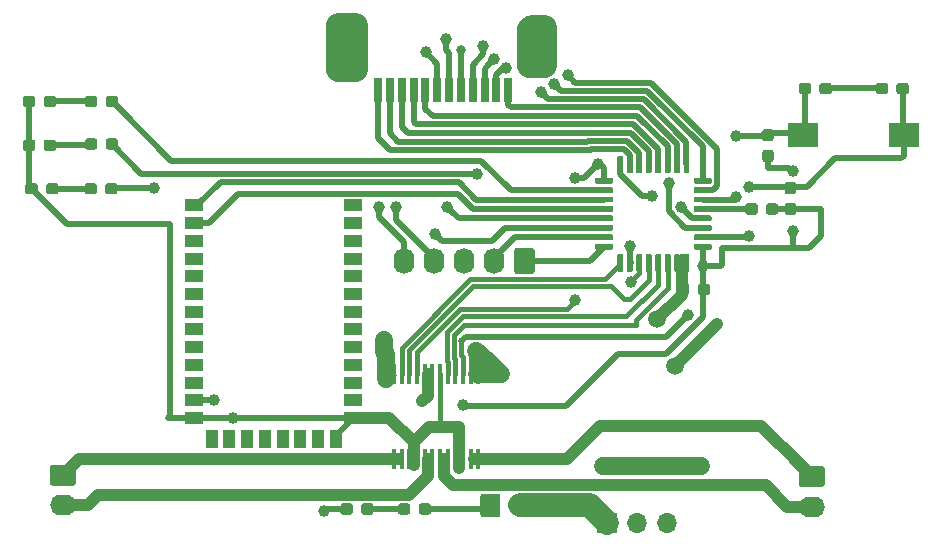
<source format=gbr>
G04 #@! TF.GenerationSoftware,KiCad,Pcbnew,5.1.1-8be2ce7~80~ubuntu18.04.1*
G04 #@! TF.CreationDate,2019-04-20T15:40:35+02:00*
G04 #@! TF.ProjectId,megazord,6d656761-7a6f-4726-942e-6b696361645f,rev?*
G04 #@! TF.SameCoordinates,Original*
G04 #@! TF.FileFunction,Copper,L1,Top*
G04 #@! TF.FilePolarity,Positive*
%FSLAX46Y46*%
G04 Gerber Fmt 4.6, Leading zero omitted, Abs format (unit mm)*
G04 Created by KiCad (PCBNEW 5.1.1-8be2ce7~80~ubuntu18.04.1) date 2019-04-20 15:40:35*
%MOMM*%
%LPD*%
G04 APERTURE LIST*
%ADD10R,0.450000X1.750000*%
%ADD11C,0.100000*%
%ADD12C,0.950000*%
%ADD13R,1.700000X1.700000*%
%ADD14O,1.700000X1.700000*%
%ADD15C,1.740000*%
%ADD16O,2.200000X1.740000*%
%ADD17R,2.500000X2.000000*%
%ADD18O,1.700000X2.000000*%
%ADD19C,1.700000*%
%ADD20C,0.500000*%
%ADD21R,1.000000X1.500000*%
%ADD22R,1.500000X1.000000*%
%ADD23O,1.740000X2.200000*%
%ADD24R,0.700000X2.000000*%
%ADD25C,1.000000*%
%ADD26C,1.500000*%
%ADD27C,0.800000*%
%ADD28C,2.000000*%
%ADD29C,0.500000*%
%ADD30C,0.400000*%
%ADD31C,1.000000*%
%ADD32C,1.500000*%
%ADD33C,0.250000*%
G04 APERTURE END LIST*
D10*
X106725000Y-117900000D03*
X107375000Y-117900000D03*
X108025000Y-117900000D03*
X108675000Y-117900000D03*
X109325000Y-117900000D03*
X109975000Y-117900000D03*
X110625000Y-117900000D03*
X111275000Y-117900000D03*
X111925000Y-117900000D03*
X112575000Y-117900000D03*
X113225000Y-117900000D03*
X113875000Y-117900000D03*
X113875000Y-110700000D03*
X113225000Y-110700000D03*
X112575000Y-110700000D03*
X111925000Y-110700000D03*
X111275000Y-110700000D03*
X110625000Y-110700000D03*
X109975000Y-110700000D03*
X109325000Y-110700000D03*
X108675000Y-110700000D03*
X108025000Y-110700000D03*
X107375000Y-110700000D03*
X106725000Y-110700000D03*
D11*
G36*
X141835779Y-86026144D02*
G01*
X141858834Y-86029563D01*
X141881443Y-86035227D01*
X141903387Y-86043079D01*
X141924457Y-86053044D01*
X141944448Y-86065026D01*
X141963168Y-86078910D01*
X141980438Y-86094562D01*
X141996090Y-86111832D01*
X142009974Y-86130552D01*
X142021956Y-86150543D01*
X142031921Y-86171613D01*
X142039773Y-86193557D01*
X142045437Y-86216166D01*
X142048856Y-86239221D01*
X142050000Y-86262500D01*
X142050000Y-86737500D01*
X142048856Y-86760779D01*
X142045437Y-86783834D01*
X142039773Y-86806443D01*
X142031921Y-86828387D01*
X142021956Y-86849457D01*
X142009974Y-86869448D01*
X141996090Y-86888168D01*
X141980438Y-86905438D01*
X141963168Y-86921090D01*
X141944448Y-86934974D01*
X141924457Y-86946956D01*
X141903387Y-86956921D01*
X141881443Y-86964773D01*
X141858834Y-86970437D01*
X141835779Y-86973856D01*
X141812500Y-86975000D01*
X141237500Y-86975000D01*
X141214221Y-86973856D01*
X141191166Y-86970437D01*
X141168557Y-86964773D01*
X141146613Y-86956921D01*
X141125543Y-86946956D01*
X141105552Y-86934974D01*
X141086832Y-86921090D01*
X141069562Y-86905438D01*
X141053910Y-86888168D01*
X141040026Y-86869448D01*
X141028044Y-86849457D01*
X141018079Y-86828387D01*
X141010227Y-86806443D01*
X141004563Y-86783834D01*
X141001144Y-86760779D01*
X141000000Y-86737500D01*
X141000000Y-86262500D01*
X141001144Y-86239221D01*
X141004563Y-86216166D01*
X141010227Y-86193557D01*
X141018079Y-86171613D01*
X141028044Y-86150543D01*
X141040026Y-86130552D01*
X141053910Y-86111832D01*
X141069562Y-86094562D01*
X141086832Y-86078910D01*
X141105552Y-86065026D01*
X141125543Y-86053044D01*
X141146613Y-86043079D01*
X141168557Y-86035227D01*
X141191166Y-86029563D01*
X141214221Y-86026144D01*
X141237500Y-86025000D01*
X141812500Y-86025000D01*
X141835779Y-86026144D01*
X141835779Y-86026144D01*
G37*
D12*
X141525000Y-86500000D03*
D11*
G36*
X143585779Y-86026144D02*
G01*
X143608834Y-86029563D01*
X143631443Y-86035227D01*
X143653387Y-86043079D01*
X143674457Y-86053044D01*
X143694448Y-86065026D01*
X143713168Y-86078910D01*
X143730438Y-86094562D01*
X143746090Y-86111832D01*
X143759974Y-86130552D01*
X143771956Y-86150543D01*
X143781921Y-86171613D01*
X143789773Y-86193557D01*
X143795437Y-86216166D01*
X143798856Y-86239221D01*
X143800000Y-86262500D01*
X143800000Y-86737500D01*
X143798856Y-86760779D01*
X143795437Y-86783834D01*
X143789773Y-86806443D01*
X143781921Y-86828387D01*
X143771956Y-86849457D01*
X143759974Y-86869448D01*
X143746090Y-86888168D01*
X143730438Y-86905438D01*
X143713168Y-86921090D01*
X143694448Y-86934974D01*
X143674457Y-86946956D01*
X143653387Y-86956921D01*
X143631443Y-86964773D01*
X143608834Y-86970437D01*
X143585779Y-86973856D01*
X143562500Y-86975000D01*
X142987500Y-86975000D01*
X142964221Y-86973856D01*
X142941166Y-86970437D01*
X142918557Y-86964773D01*
X142896613Y-86956921D01*
X142875543Y-86946956D01*
X142855552Y-86934974D01*
X142836832Y-86921090D01*
X142819562Y-86905438D01*
X142803910Y-86888168D01*
X142790026Y-86869448D01*
X142778044Y-86849457D01*
X142768079Y-86828387D01*
X142760227Y-86806443D01*
X142754563Y-86783834D01*
X142751144Y-86760779D01*
X142750000Y-86737500D01*
X142750000Y-86262500D01*
X142751144Y-86239221D01*
X142754563Y-86216166D01*
X142760227Y-86193557D01*
X142768079Y-86171613D01*
X142778044Y-86150543D01*
X142790026Y-86130552D01*
X142803910Y-86111832D01*
X142819562Y-86094562D01*
X142836832Y-86078910D01*
X142855552Y-86065026D01*
X142875543Y-86053044D01*
X142896613Y-86043079D01*
X142918557Y-86035227D01*
X142941166Y-86029563D01*
X142964221Y-86026144D01*
X142987500Y-86025000D01*
X143562500Y-86025000D01*
X143585779Y-86026144D01*
X143585779Y-86026144D01*
G37*
D12*
X143275000Y-86500000D03*
D11*
G36*
X77910779Y-87126144D02*
G01*
X77933834Y-87129563D01*
X77956443Y-87135227D01*
X77978387Y-87143079D01*
X77999457Y-87153044D01*
X78019448Y-87165026D01*
X78038168Y-87178910D01*
X78055438Y-87194562D01*
X78071090Y-87211832D01*
X78084974Y-87230552D01*
X78096956Y-87250543D01*
X78106921Y-87271613D01*
X78114773Y-87293557D01*
X78120437Y-87316166D01*
X78123856Y-87339221D01*
X78125000Y-87362500D01*
X78125000Y-87837500D01*
X78123856Y-87860779D01*
X78120437Y-87883834D01*
X78114773Y-87906443D01*
X78106921Y-87928387D01*
X78096956Y-87949457D01*
X78084974Y-87969448D01*
X78071090Y-87988168D01*
X78055438Y-88005438D01*
X78038168Y-88021090D01*
X78019448Y-88034974D01*
X77999457Y-88046956D01*
X77978387Y-88056921D01*
X77956443Y-88064773D01*
X77933834Y-88070437D01*
X77910779Y-88073856D01*
X77887500Y-88075000D01*
X77312500Y-88075000D01*
X77289221Y-88073856D01*
X77266166Y-88070437D01*
X77243557Y-88064773D01*
X77221613Y-88056921D01*
X77200543Y-88046956D01*
X77180552Y-88034974D01*
X77161832Y-88021090D01*
X77144562Y-88005438D01*
X77128910Y-87988168D01*
X77115026Y-87969448D01*
X77103044Y-87949457D01*
X77093079Y-87928387D01*
X77085227Y-87906443D01*
X77079563Y-87883834D01*
X77076144Y-87860779D01*
X77075000Y-87837500D01*
X77075000Y-87362500D01*
X77076144Y-87339221D01*
X77079563Y-87316166D01*
X77085227Y-87293557D01*
X77093079Y-87271613D01*
X77103044Y-87250543D01*
X77115026Y-87230552D01*
X77128910Y-87211832D01*
X77144562Y-87194562D01*
X77161832Y-87178910D01*
X77180552Y-87165026D01*
X77200543Y-87153044D01*
X77221613Y-87143079D01*
X77243557Y-87135227D01*
X77266166Y-87129563D01*
X77289221Y-87126144D01*
X77312500Y-87125000D01*
X77887500Y-87125000D01*
X77910779Y-87126144D01*
X77910779Y-87126144D01*
G37*
D12*
X77600000Y-87600000D03*
D11*
G36*
X76160779Y-87126144D02*
G01*
X76183834Y-87129563D01*
X76206443Y-87135227D01*
X76228387Y-87143079D01*
X76249457Y-87153044D01*
X76269448Y-87165026D01*
X76288168Y-87178910D01*
X76305438Y-87194562D01*
X76321090Y-87211832D01*
X76334974Y-87230552D01*
X76346956Y-87250543D01*
X76356921Y-87271613D01*
X76364773Y-87293557D01*
X76370437Y-87316166D01*
X76373856Y-87339221D01*
X76375000Y-87362500D01*
X76375000Y-87837500D01*
X76373856Y-87860779D01*
X76370437Y-87883834D01*
X76364773Y-87906443D01*
X76356921Y-87928387D01*
X76346956Y-87949457D01*
X76334974Y-87969448D01*
X76321090Y-87988168D01*
X76305438Y-88005438D01*
X76288168Y-88021090D01*
X76269448Y-88034974D01*
X76249457Y-88046956D01*
X76228387Y-88056921D01*
X76206443Y-88064773D01*
X76183834Y-88070437D01*
X76160779Y-88073856D01*
X76137500Y-88075000D01*
X75562500Y-88075000D01*
X75539221Y-88073856D01*
X75516166Y-88070437D01*
X75493557Y-88064773D01*
X75471613Y-88056921D01*
X75450543Y-88046956D01*
X75430552Y-88034974D01*
X75411832Y-88021090D01*
X75394562Y-88005438D01*
X75378910Y-87988168D01*
X75365026Y-87969448D01*
X75353044Y-87949457D01*
X75343079Y-87928387D01*
X75335227Y-87906443D01*
X75329563Y-87883834D01*
X75326144Y-87860779D01*
X75325000Y-87837500D01*
X75325000Y-87362500D01*
X75326144Y-87339221D01*
X75329563Y-87316166D01*
X75335227Y-87293557D01*
X75343079Y-87271613D01*
X75353044Y-87250543D01*
X75365026Y-87230552D01*
X75378910Y-87211832D01*
X75394562Y-87194562D01*
X75411832Y-87178910D01*
X75430552Y-87165026D01*
X75450543Y-87153044D01*
X75471613Y-87143079D01*
X75493557Y-87135227D01*
X75516166Y-87129563D01*
X75539221Y-87126144D01*
X75562500Y-87125000D01*
X76137500Y-87125000D01*
X76160779Y-87126144D01*
X76160779Y-87126144D01*
G37*
D12*
X75850000Y-87600000D03*
D11*
G36*
X83110779Y-94526144D02*
G01*
X83133834Y-94529563D01*
X83156443Y-94535227D01*
X83178387Y-94543079D01*
X83199457Y-94553044D01*
X83219448Y-94565026D01*
X83238168Y-94578910D01*
X83255438Y-94594562D01*
X83271090Y-94611832D01*
X83284974Y-94630552D01*
X83296956Y-94650543D01*
X83306921Y-94671613D01*
X83314773Y-94693557D01*
X83320437Y-94716166D01*
X83323856Y-94739221D01*
X83325000Y-94762500D01*
X83325000Y-95237500D01*
X83323856Y-95260779D01*
X83320437Y-95283834D01*
X83314773Y-95306443D01*
X83306921Y-95328387D01*
X83296956Y-95349457D01*
X83284974Y-95369448D01*
X83271090Y-95388168D01*
X83255438Y-95405438D01*
X83238168Y-95421090D01*
X83219448Y-95434974D01*
X83199457Y-95446956D01*
X83178387Y-95456921D01*
X83156443Y-95464773D01*
X83133834Y-95470437D01*
X83110779Y-95473856D01*
X83087500Y-95475000D01*
X82512500Y-95475000D01*
X82489221Y-95473856D01*
X82466166Y-95470437D01*
X82443557Y-95464773D01*
X82421613Y-95456921D01*
X82400543Y-95446956D01*
X82380552Y-95434974D01*
X82361832Y-95421090D01*
X82344562Y-95405438D01*
X82328910Y-95388168D01*
X82315026Y-95369448D01*
X82303044Y-95349457D01*
X82293079Y-95328387D01*
X82285227Y-95306443D01*
X82279563Y-95283834D01*
X82276144Y-95260779D01*
X82275000Y-95237500D01*
X82275000Y-94762500D01*
X82276144Y-94739221D01*
X82279563Y-94716166D01*
X82285227Y-94693557D01*
X82293079Y-94671613D01*
X82303044Y-94650543D01*
X82315026Y-94630552D01*
X82328910Y-94611832D01*
X82344562Y-94594562D01*
X82361832Y-94578910D01*
X82380552Y-94565026D01*
X82400543Y-94553044D01*
X82421613Y-94543079D01*
X82443557Y-94535227D01*
X82466166Y-94529563D01*
X82489221Y-94526144D01*
X82512500Y-94525000D01*
X83087500Y-94525000D01*
X83110779Y-94526144D01*
X83110779Y-94526144D01*
G37*
D12*
X82800000Y-95000000D03*
D11*
G36*
X81360779Y-94526144D02*
G01*
X81383834Y-94529563D01*
X81406443Y-94535227D01*
X81428387Y-94543079D01*
X81449457Y-94553044D01*
X81469448Y-94565026D01*
X81488168Y-94578910D01*
X81505438Y-94594562D01*
X81521090Y-94611832D01*
X81534974Y-94630552D01*
X81546956Y-94650543D01*
X81556921Y-94671613D01*
X81564773Y-94693557D01*
X81570437Y-94716166D01*
X81573856Y-94739221D01*
X81575000Y-94762500D01*
X81575000Y-95237500D01*
X81573856Y-95260779D01*
X81570437Y-95283834D01*
X81564773Y-95306443D01*
X81556921Y-95328387D01*
X81546956Y-95349457D01*
X81534974Y-95369448D01*
X81521090Y-95388168D01*
X81505438Y-95405438D01*
X81488168Y-95421090D01*
X81469448Y-95434974D01*
X81449457Y-95446956D01*
X81428387Y-95456921D01*
X81406443Y-95464773D01*
X81383834Y-95470437D01*
X81360779Y-95473856D01*
X81337500Y-95475000D01*
X80762500Y-95475000D01*
X80739221Y-95473856D01*
X80716166Y-95470437D01*
X80693557Y-95464773D01*
X80671613Y-95456921D01*
X80650543Y-95446956D01*
X80630552Y-95434974D01*
X80611832Y-95421090D01*
X80594562Y-95405438D01*
X80578910Y-95388168D01*
X80565026Y-95369448D01*
X80553044Y-95349457D01*
X80543079Y-95328387D01*
X80535227Y-95306443D01*
X80529563Y-95283834D01*
X80526144Y-95260779D01*
X80525000Y-95237500D01*
X80525000Y-94762500D01*
X80526144Y-94739221D01*
X80529563Y-94716166D01*
X80535227Y-94693557D01*
X80543079Y-94671613D01*
X80553044Y-94650543D01*
X80565026Y-94630552D01*
X80578910Y-94611832D01*
X80594562Y-94594562D01*
X80611832Y-94578910D01*
X80630552Y-94565026D01*
X80650543Y-94553044D01*
X80671613Y-94543079D01*
X80693557Y-94535227D01*
X80716166Y-94529563D01*
X80739221Y-94526144D01*
X80762500Y-94525000D01*
X81337500Y-94525000D01*
X81360779Y-94526144D01*
X81360779Y-94526144D01*
G37*
D12*
X81050000Y-95000000D03*
D11*
G36*
X77910779Y-90826144D02*
G01*
X77933834Y-90829563D01*
X77956443Y-90835227D01*
X77978387Y-90843079D01*
X77999457Y-90853044D01*
X78019448Y-90865026D01*
X78038168Y-90878910D01*
X78055438Y-90894562D01*
X78071090Y-90911832D01*
X78084974Y-90930552D01*
X78096956Y-90950543D01*
X78106921Y-90971613D01*
X78114773Y-90993557D01*
X78120437Y-91016166D01*
X78123856Y-91039221D01*
X78125000Y-91062500D01*
X78125000Y-91537500D01*
X78123856Y-91560779D01*
X78120437Y-91583834D01*
X78114773Y-91606443D01*
X78106921Y-91628387D01*
X78096956Y-91649457D01*
X78084974Y-91669448D01*
X78071090Y-91688168D01*
X78055438Y-91705438D01*
X78038168Y-91721090D01*
X78019448Y-91734974D01*
X77999457Y-91746956D01*
X77978387Y-91756921D01*
X77956443Y-91764773D01*
X77933834Y-91770437D01*
X77910779Y-91773856D01*
X77887500Y-91775000D01*
X77312500Y-91775000D01*
X77289221Y-91773856D01*
X77266166Y-91770437D01*
X77243557Y-91764773D01*
X77221613Y-91756921D01*
X77200543Y-91746956D01*
X77180552Y-91734974D01*
X77161832Y-91721090D01*
X77144562Y-91705438D01*
X77128910Y-91688168D01*
X77115026Y-91669448D01*
X77103044Y-91649457D01*
X77093079Y-91628387D01*
X77085227Y-91606443D01*
X77079563Y-91583834D01*
X77076144Y-91560779D01*
X77075000Y-91537500D01*
X77075000Y-91062500D01*
X77076144Y-91039221D01*
X77079563Y-91016166D01*
X77085227Y-90993557D01*
X77093079Y-90971613D01*
X77103044Y-90950543D01*
X77115026Y-90930552D01*
X77128910Y-90911832D01*
X77144562Y-90894562D01*
X77161832Y-90878910D01*
X77180552Y-90865026D01*
X77200543Y-90853044D01*
X77221613Y-90843079D01*
X77243557Y-90835227D01*
X77266166Y-90829563D01*
X77289221Y-90826144D01*
X77312500Y-90825000D01*
X77887500Y-90825000D01*
X77910779Y-90826144D01*
X77910779Y-90826144D01*
G37*
D12*
X77600000Y-91300000D03*
D11*
G36*
X76160779Y-90826144D02*
G01*
X76183834Y-90829563D01*
X76206443Y-90835227D01*
X76228387Y-90843079D01*
X76249457Y-90853044D01*
X76269448Y-90865026D01*
X76288168Y-90878910D01*
X76305438Y-90894562D01*
X76321090Y-90911832D01*
X76334974Y-90930552D01*
X76346956Y-90950543D01*
X76356921Y-90971613D01*
X76364773Y-90993557D01*
X76370437Y-91016166D01*
X76373856Y-91039221D01*
X76375000Y-91062500D01*
X76375000Y-91537500D01*
X76373856Y-91560779D01*
X76370437Y-91583834D01*
X76364773Y-91606443D01*
X76356921Y-91628387D01*
X76346956Y-91649457D01*
X76334974Y-91669448D01*
X76321090Y-91688168D01*
X76305438Y-91705438D01*
X76288168Y-91721090D01*
X76269448Y-91734974D01*
X76249457Y-91746956D01*
X76228387Y-91756921D01*
X76206443Y-91764773D01*
X76183834Y-91770437D01*
X76160779Y-91773856D01*
X76137500Y-91775000D01*
X75562500Y-91775000D01*
X75539221Y-91773856D01*
X75516166Y-91770437D01*
X75493557Y-91764773D01*
X75471613Y-91756921D01*
X75450543Y-91746956D01*
X75430552Y-91734974D01*
X75411832Y-91721090D01*
X75394562Y-91705438D01*
X75378910Y-91688168D01*
X75365026Y-91669448D01*
X75353044Y-91649457D01*
X75343079Y-91628387D01*
X75335227Y-91606443D01*
X75329563Y-91583834D01*
X75326144Y-91560779D01*
X75325000Y-91537500D01*
X75325000Y-91062500D01*
X75326144Y-91039221D01*
X75329563Y-91016166D01*
X75335227Y-90993557D01*
X75343079Y-90971613D01*
X75353044Y-90950543D01*
X75365026Y-90930552D01*
X75378910Y-90911832D01*
X75394562Y-90894562D01*
X75411832Y-90878910D01*
X75430552Y-90865026D01*
X75450543Y-90853044D01*
X75471613Y-90843079D01*
X75493557Y-90835227D01*
X75516166Y-90829563D01*
X75539221Y-90826144D01*
X75562500Y-90825000D01*
X76137500Y-90825000D01*
X76160779Y-90826144D01*
X76160779Y-90826144D01*
G37*
D12*
X75850000Y-91300000D03*
D11*
G36*
X150110779Y-86026144D02*
G01*
X150133834Y-86029563D01*
X150156443Y-86035227D01*
X150178387Y-86043079D01*
X150199457Y-86053044D01*
X150219448Y-86065026D01*
X150238168Y-86078910D01*
X150255438Y-86094562D01*
X150271090Y-86111832D01*
X150284974Y-86130552D01*
X150296956Y-86150543D01*
X150306921Y-86171613D01*
X150314773Y-86193557D01*
X150320437Y-86216166D01*
X150323856Y-86239221D01*
X150325000Y-86262500D01*
X150325000Y-86737500D01*
X150323856Y-86760779D01*
X150320437Y-86783834D01*
X150314773Y-86806443D01*
X150306921Y-86828387D01*
X150296956Y-86849457D01*
X150284974Y-86869448D01*
X150271090Y-86888168D01*
X150255438Y-86905438D01*
X150238168Y-86921090D01*
X150219448Y-86934974D01*
X150199457Y-86946956D01*
X150178387Y-86956921D01*
X150156443Y-86964773D01*
X150133834Y-86970437D01*
X150110779Y-86973856D01*
X150087500Y-86975000D01*
X149512500Y-86975000D01*
X149489221Y-86973856D01*
X149466166Y-86970437D01*
X149443557Y-86964773D01*
X149421613Y-86956921D01*
X149400543Y-86946956D01*
X149380552Y-86934974D01*
X149361832Y-86921090D01*
X149344562Y-86905438D01*
X149328910Y-86888168D01*
X149315026Y-86869448D01*
X149303044Y-86849457D01*
X149293079Y-86828387D01*
X149285227Y-86806443D01*
X149279563Y-86783834D01*
X149276144Y-86760779D01*
X149275000Y-86737500D01*
X149275000Y-86262500D01*
X149276144Y-86239221D01*
X149279563Y-86216166D01*
X149285227Y-86193557D01*
X149293079Y-86171613D01*
X149303044Y-86150543D01*
X149315026Y-86130552D01*
X149328910Y-86111832D01*
X149344562Y-86094562D01*
X149361832Y-86078910D01*
X149380552Y-86065026D01*
X149400543Y-86053044D01*
X149421613Y-86043079D01*
X149443557Y-86035227D01*
X149466166Y-86029563D01*
X149489221Y-86026144D01*
X149512500Y-86025000D01*
X150087500Y-86025000D01*
X150110779Y-86026144D01*
X150110779Y-86026144D01*
G37*
D12*
X149800000Y-86500000D03*
D11*
G36*
X148360779Y-86026144D02*
G01*
X148383834Y-86029563D01*
X148406443Y-86035227D01*
X148428387Y-86043079D01*
X148449457Y-86053044D01*
X148469448Y-86065026D01*
X148488168Y-86078910D01*
X148505438Y-86094562D01*
X148521090Y-86111832D01*
X148534974Y-86130552D01*
X148546956Y-86150543D01*
X148556921Y-86171613D01*
X148564773Y-86193557D01*
X148570437Y-86216166D01*
X148573856Y-86239221D01*
X148575000Y-86262500D01*
X148575000Y-86737500D01*
X148573856Y-86760779D01*
X148570437Y-86783834D01*
X148564773Y-86806443D01*
X148556921Y-86828387D01*
X148546956Y-86849457D01*
X148534974Y-86869448D01*
X148521090Y-86888168D01*
X148505438Y-86905438D01*
X148488168Y-86921090D01*
X148469448Y-86934974D01*
X148449457Y-86946956D01*
X148428387Y-86956921D01*
X148406443Y-86964773D01*
X148383834Y-86970437D01*
X148360779Y-86973856D01*
X148337500Y-86975000D01*
X147762500Y-86975000D01*
X147739221Y-86973856D01*
X147716166Y-86970437D01*
X147693557Y-86964773D01*
X147671613Y-86956921D01*
X147650543Y-86946956D01*
X147630552Y-86934974D01*
X147611832Y-86921090D01*
X147594562Y-86905438D01*
X147578910Y-86888168D01*
X147565026Y-86869448D01*
X147553044Y-86849457D01*
X147543079Y-86828387D01*
X147535227Y-86806443D01*
X147529563Y-86783834D01*
X147526144Y-86760779D01*
X147525000Y-86737500D01*
X147525000Y-86262500D01*
X147526144Y-86239221D01*
X147529563Y-86216166D01*
X147535227Y-86193557D01*
X147543079Y-86171613D01*
X147553044Y-86150543D01*
X147565026Y-86130552D01*
X147578910Y-86111832D01*
X147594562Y-86094562D01*
X147611832Y-86078910D01*
X147630552Y-86065026D01*
X147650543Y-86053044D01*
X147671613Y-86043079D01*
X147693557Y-86035227D01*
X147716166Y-86029563D01*
X147739221Y-86026144D01*
X147762500Y-86025000D01*
X148337500Y-86025000D01*
X148360779Y-86026144D01*
X148360779Y-86026144D01*
G37*
D12*
X148050000Y-86500000D03*
D11*
G36*
X133285779Y-103026144D02*
G01*
X133308834Y-103029563D01*
X133331443Y-103035227D01*
X133353387Y-103043079D01*
X133374457Y-103053044D01*
X133394448Y-103065026D01*
X133413168Y-103078910D01*
X133430438Y-103094562D01*
X133446090Y-103111832D01*
X133459974Y-103130552D01*
X133471956Y-103150543D01*
X133481921Y-103171613D01*
X133489773Y-103193557D01*
X133495437Y-103216166D01*
X133498856Y-103239221D01*
X133500000Y-103262500D01*
X133500000Y-103737500D01*
X133498856Y-103760779D01*
X133495437Y-103783834D01*
X133489773Y-103806443D01*
X133481921Y-103828387D01*
X133471956Y-103849457D01*
X133459974Y-103869448D01*
X133446090Y-103888168D01*
X133430438Y-103905438D01*
X133413168Y-103921090D01*
X133394448Y-103934974D01*
X133374457Y-103946956D01*
X133353387Y-103956921D01*
X133331443Y-103964773D01*
X133308834Y-103970437D01*
X133285779Y-103973856D01*
X133262500Y-103975000D01*
X132687500Y-103975000D01*
X132664221Y-103973856D01*
X132641166Y-103970437D01*
X132618557Y-103964773D01*
X132596613Y-103956921D01*
X132575543Y-103946956D01*
X132555552Y-103934974D01*
X132536832Y-103921090D01*
X132519562Y-103905438D01*
X132503910Y-103888168D01*
X132490026Y-103869448D01*
X132478044Y-103849457D01*
X132468079Y-103828387D01*
X132460227Y-103806443D01*
X132454563Y-103783834D01*
X132451144Y-103760779D01*
X132450000Y-103737500D01*
X132450000Y-103262500D01*
X132451144Y-103239221D01*
X132454563Y-103216166D01*
X132460227Y-103193557D01*
X132468079Y-103171613D01*
X132478044Y-103150543D01*
X132490026Y-103130552D01*
X132503910Y-103111832D01*
X132519562Y-103094562D01*
X132536832Y-103078910D01*
X132555552Y-103065026D01*
X132575543Y-103053044D01*
X132596613Y-103043079D01*
X132618557Y-103035227D01*
X132641166Y-103029563D01*
X132664221Y-103026144D01*
X132687500Y-103025000D01*
X133262500Y-103025000D01*
X133285779Y-103026144D01*
X133285779Y-103026144D01*
G37*
D12*
X132975000Y-103500000D03*
D11*
G36*
X131535779Y-103026144D02*
G01*
X131558834Y-103029563D01*
X131581443Y-103035227D01*
X131603387Y-103043079D01*
X131624457Y-103053044D01*
X131644448Y-103065026D01*
X131663168Y-103078910D01*
X131680438Y-103094562D01*
X131696090Y-103111832D01*
X131709974Y-103130552D01*
X131721956Y-103150543D01*
X131731921Y-103171613D01*
X131739773Y-103193557D01*
X131745437Y-103216166D01*
X131748856Y-103239221D01*
X131750000Y-103262500D01*
X131750000Y-103737500D01*
X131748856Y-103760779D01*
X131745437Y-103783834D01*
X131739773Y-103806443D01*
X131731921Y-103828387D01*
X131721956Y-103849457D01*
X131709974Y-103869448D01*
X131696090Y-103888168D01*
X131680438Y-103905438D01*
X131663168Y-103921090D01*
X131644448Y-103934974D01*
X131624457Y-103946956D01*
X131603387Y-103956921D01*
X131581443Y-103964773D01*
X131558834Y-103970437D01*
X131535779Y-103973856D01*
X131512500Y-103975000D01*
X130937500Y-103975000D01*
X130914221Y-103973856D01*
X130891166Y-103970437D01*
X130868557Y-103964773D01*
X130846613Y-103956921D01*
X130825543Y-103946956D01*
X130805552Y-103934974D01*
X130786832Y-103921090D01*
X130769562Y-103905438D01*
X130753910Y-103888168D01*
X130740026Y-103869448D01*
X130728044Y-103849457D01*
X130718079Y-103828387D01*
X130710227Y-103806443D01*
X130704563Y-103783834D01*
X130701144Y-103760779D01*
X130700000Y-103737500D01*
X130700000Y-103262500D01*
X130701144Y-103239221D01*
X130704563Y-103216166D01*
X130710227Y-103193557D01*
X130718079Y-103171613D01*
X130728044Y-103150543D01*
X130740026Y-103130552D01*
X130753910Y-103111832D01*
X130769562Y-103094562D01*
X130786832Y-103078910D01*
X130805552Y-103065026D01*
X130825543Y-103053044D01*
X130846613Y-103043079D01*
X130868557Y-103035227D01*
X130891166Y-103029563D01*
X130914221Y-103026144D01*
X130937500Y-103025000D01*
X131512500Y-103025000D01*
X131535779Y-103026144D01*
X131535779Y-103026144D01*
G37*
D12*
X131225000Y-103500000D03*
D13*
X124800000Y-123300000D03*
D14*
X127340000Y-123300000D03*
X129880000Y-123300000D03*
D11*
G36*
X138660779Y-89926144D02*
G01*
X138683834Y-89929563D01*
X138706443Y-89935227D01*
X138728387Y-89943079D01*
X138749457Y-89953044D01*
X138769448Y-89965026D01*
X138788168Y-89978910D01*
X138805438Y-89994562D01*
X138821090Y-90011832D01*
X138834974Y-90030552D01*
X138846956Y-90050543D01*
X138856921Y-90071613D01*
X138864773Y-90093557D01*
X138870437Y-90116166D01*
X138873856Y-90139221D01*
X138875000Y-90162500D01*
X138875000Y-90737500D01*
X138873856Y-90760779D01*
X138870437Y-90783834D01*
X138864773Y-90806443D01*
X138856921Y-90828387D01*
X138846956Y-90849457D01*
X138834974Y-90869448D01*
X138821090Y-90888168D01*
X138805438Y-90905438D01*
X138788168Y-90921090D01*
X138769448Y-90934974D01*
X138749457Y-90946956D01*
X138728387Y-90956921D01*
X138706443Y-90964773D01*
X138683834Y-90970437D01*
X138660779Y-90973856D01*
X138637500Y-90975000D01*
X138162500Y-90975000D01*
X138139221Y-90973856D01*
X138116166Y-90970437D01*
X138093557Y-90964773D01*
X138071613Y-90956921D01*
X138050543Y-90946956D01*
X138030552Y-90934974D01*
X138011832Y-90921090D01*
X137994562Y-90905438D01*
X137978910Y-90888168D01*
X137965026Y-90869448D01*
X137953044Y-90849457D01*
X137943079Y-90828387D01*
X137935227Y-90806443D01*
X137929563Y-90783834D01*
X137926144Y-90760779D01*
X137925000Y-90737500D01*
X137925000Y-90162500D01*
X137926144Y-90139221D01*
X137929563Y-90116166D01*
X137935227Y-90093557D01*
X137943079Y-90071613D01*
X137953044Y-90050543D01*
X137965026Y-90030552D01*
X137978910Y-90011832D01*
X137994562Y-89994562D01*
X138011832Y-89978910D01*
X138030552Y-89965026D01*
X138050543Y-89953044D01*
X138071613Y-89943079D01*
X138093557Y-89935227D01*
X138116166Y-89929563D01*
X138139221Y-89926144D01*
X138162500Y-89925000D01*
X138637500Y-89925000D01*
X138660779Y-89926144D01*
X138660779Y-89926144D01*
G37*
D12*
X138400000Y-90450000D03*
D11*
G36*
X138660779Y-91676144D02*
G01*
X138683834Y-91679563D01*
X138706443Y-91685227D01*
X138728387Y-91693079D01*
X138749457Y-91703044D01*
X138769448Y-91715026D01*
X138788168Y-91728910D01*
X138805438Y-91744562D01*
X138821090Y-91761832D01*
X138834974Y-91780552D01*
X138846956Y-91800543D01*
X138856921Y-91821613D01*
X138864773Y-91843557D01*
X138870437Y-91866166D01*
X138873856Y-91889221D01*
X138875000Y-91912500D01*
X138875000Y-92487500D01*
X138873856Y-92510779D01*
X138870437Y-92533834D01*
X138864773Y-92556443D01*
X138856921Y-92578387D01*
X138846956Y-92599457D01*
X138834974Y-92619448D01*
X138821090Y-92638168D01*
X138805438Y-92655438D01*
X138788168Y-92671090D01*
X138769448Y-92684974D01*
X138749457Y-92696956D01*
X138728387Y-92706921D01*
X138706443Y-92714773D01*
X138683834Y-92720437D01*
X138660779Y-92723856D01*
X138637500Y-92725000D01*
X138162500Y-92725000D01*
X138139221Y-92723856D01*
X138116166Y-92720437D01*
X138093557Y-92714773D01*
X138071613Y-92706921D01*
X138050543Y-92696956D01*
X138030552Y-92684974D01*
X138011832Y-92671090D01*
X137994562Y-92655438D01*
X137978910Y-92638168D01*
X137965026Y-92619448D01*
X137953044Y-92599457D01*
X137943079Y-92578387D01*
X137935227Y-92556443D01*
X137929563Y-92533834D01*
X137926144Y-92510779D01*
X137925000Y-92487500D01*
X137925000Y-91912500D01*
X137926144Y-91889221D01*
X137929563Y-91866166D01*
X137935227Y-91843557D01*
X137943079Y-91821613D01*
X137953044Y-91800543D01*
X137965026Y-91780552D01*
X137978910Y-91761832D01*
X137994562Y-91744562D01*
X138011832Y-91728910D01*
X138030552Y-91715026D01*
X138050543Y-91703044D01*
X138071613Y-91693079D01*
X138093557Y-91685227D01*
X138116166Y-91679563D01*
X138139221Y-91676144D01*
X138162500Y-91675000D01*
X138637500Y-91675000D01*
X138660779Y-91676144D01*
X138660779Y-91676144D01*
G37*
D12*
X138400000Y-92200000D03*
D11*
G36*
X76360779Y-94526144D02*
G01*
X76383834Y-94529563D01*
X76406443Y-94535227D01*
X76428387Y-94543079D01*
X76449457Y-94553044D01*
X76469448Y-94565026D01*
X76488168Y-94578910D01*
X76505438Y-94594562D01*
X76521090Y-94611832D01*
X76534974Y-94630552D01*
X76546956Y-94650543D01*
X76556921Y-94671613D01*
X76564773Y-94693557D01*
X76570437Y-94716166D01*
X76573856Y-94739221D01*
X76575000Y-94762500D01*
X76575000Y-95237500D01*
X76573856Y-95260779D01*
X76570437Y-95283834D01*
X76564773Y-95306443D01*
X76556921Y-95328387D01*
X76546956Y-95349457D01*
X76534974Y-95369448D01*
X76521090Y-95388168D01*
X76505438Y-95405438D01*
X76488168Y-95421090D01*
X76469448Y-95434974D01*
X76449457Y-95446956D01*
X76428387Y-95456921D01*
X76406443Y-95464773D01*
X76383834Y-95470437D01*
X76360779Y-95473856D01*
X76337500Y-95475000D01*
X75762500Y-95475000D01*
X75739221Y-95473856D01*
X75716166Y-95470437D01*
X75693557Y-95464773D01*
X75671613Y-95456921D01*
X75650543Y-95446956D01*
X75630552Y-95434974D01*
X75611832Y-95421090D01*
X75594562Y-95405438D01*
X75578910Y-95388168D01*
X75565026Y-95369448D01*
X75553044Y-95349457D01*
X75543079Y-95328387D01*
X75535227Y-95306443D01*
X75529563Y-95283834D01*
X75526144Y-95260779D01*
X75525000Y-95237500D01*
X75525000Y-94762500D01*
X75526144Y-94739221D01*
X75529563Y-94716166D01*
X75535227Y-94693557D01*
X75543079Y-94671613D01*
X75553044Y-94650543D01*
X75565026Y-94630552D01*
X75578910Y-94611832D01*
X75594562Y-94594562D01*
X75611832Y-94578910D01*
X75630552Y-94565026D01*
X75650543Y-94553044D01*
X75671613Y-94543079D01*
X75693557Y-94535227D01*
X75716166Y-94529563D01*
X75739221Y-94526144D01*
X75762500Y-94525000D01*
X76337500Y-94525000D01*
X76360779Y-94526144D01*
X76360779Y-94526144D01*
G37*
D12*
X76050000Y-95000000D03*
D11*
G36*
X78110779Y-94526144D02*
G01*
X78133834Y-94529563D01*
X78156443Y-94535227D01*
X78178387Y-94543079D01*
X78199457Y-94553044D01*
X78219448Y-94565026D01*
X78238168Y-94578910D01*
X78255438Y-94594562D01*
X78271090Y-94611832D01*
X78284974Y-94630552D01*
X78296956Y-94650543D01*
X78306921Y-94671613D01*
X78314773Y-94693557D01*
X78320437Y-94716166D01*
X78323856Y-94739221D01*
X78325000Y-94762500D01*
X78325000Y-95237500D01*
X78323856Y-95260779D01*
X78320437Y-95283834D01*
X78314773Y-95306443D01*
X78306921Y-95328387D01*
X78296956Y-95349457D01*
X78284974Y-95369448D01*
X78271090Y-95388168D01*
X78255438Y-95405438D01*
X78238168Y-95421090D01*
X78219448Y-95434974D01*
X78199457Y-95446956D01*
X78178387Y-95456921D01*
X78156443Y-95464773D01*
X78133834Y-95470437D01*
X78110779Y-95473856D01*
X78087500Y-95475000D01*
X77512500Y-95475000D01*
X77489221Y-95473856D01*
X77466166Y-95470437D01*
X77443557Y-95464773D01*
X77421613Y-95456921D01*
X77400543Y-95446956D01*
X77380552Y-95434974D01*
X77361832Y-95421090D01*
X77344562Y-95405438D01*
X77328910Y-95388168D01*
X77315026Y-95369448D01*
X77303044Y-95349457D01*
X77293079Y-95328387D01*
X77285227Y-95306443D01*
X77279563Y-95283834D01*
X77276144Y-95260779D01*
X77275000Y-95237500D01*
X77275000Y-94762500D01*
X77276144Y-94739221D01*
X77279563Y-94716166D01*
X77285227Y-94693557D01*
X77293079Y-94671613D01*
X77303044Y-94650543D01*
X77315026Y-94630552D01*
X77328910Y-94611832D01*
X77344562Y-94594562D01*
X77361832Y-94578910D01*
X77380552Y-94565026D01*
X77400543Y-94553044D01*
X77421613Y-94543079D01*
X77443557Y-94535227D01*
X77466166Y-94529563D01*
X77489221Y-94526144D01*
X77512500Y-94525000D01*
X78087500Y-94525000D01*
X78110779Y-94526144D01*
X78110779Y-94526144D01*
G37*
D12*
X77800000Y-95000000D03*
D11*
G36*
X79574505Y-118391204D02*
G01*
X79598773Y-118394804D01*
X79622572Y-118400765D01*
X79645671Y-118409030D01*
X79667850Y-118419520D01*
X79688893Y-118432132D01*
X79708599Y-118446747D01*
X79726777Y-118463223D01*
X79743253Y-118481401D01*
X79757868Y-118501107D01*
X79770480Y-118522150D01*
X79780970Y-118544329D01*
X79789235Y-118567428D01*
X79795196Y-118591227D01*
X79798796Y-118615495D01*
X79800000Y-118639999D01*
X79800000Y-119880001D01*
X79798796Y-119904505D01*
X79795196Y-119928773D01*
X79789235Y-119952572D01*
X79780970Y-119975671D01*
X79770480Y-119997850D01*
X79757868Y-120018893D01*
X79743253Y-120038599D01*
X79726777Y-120056777D01*
X79708599Y-120073253D01*
X79688893Y-120087868D01*
X79667850Y-120100480D01*
X79645671Y-120110970D01*
X79622572Y-120119235D01*
X79598773Y-120125196D01*
X79574505Y-120128796D01*
X79550001Y-120130000D01*
X77849999Y-120130000D01*
X77825495Y-120128796D01*
X77801227Y-120125196D01*
X77777428Y-120119235D01*
X77754329Y-120110970D01*
X77732150Y-120100480D01*
X77711107Y-120087868D01*
X77691401Y-120073253D01*
X77673223Y-120056777D01*
X77656747Y-120038599D01*
X77642132Y-120018893D01*
X77629520Y-119997850D01*
X77619030Y-119975671D01*
X77610765Y-119952572D01*
X77604804Y-119928773D01*
X77601204Y-119904505D01*
X77600000Y-119880001D01*
X77600000Y-118639999D01*
X77601204Y-118615495D01*
X77604804Y-118591227D01*
X77610765Y-118567428D01*
X77619030Y-118544329D01*
X77629520Y-118522150D01*
X77642132Y-118501107D01*
X77656747Y-118481401D01*
X77673223Y-118463223D01*
X77691401Y-118446747D01*
X77711107Y-118432132D01*
X77732150Y-118419520D01*
X77754329Y-118409030D01*
X77777428Y-118400765D01*
X77801227Y-118394804D01*
X77825495Y-118391204D01*
X77849999Y-118390000D01*
X79550001Y-118390000D01*
X79574505Y-118391204D01*
X79574505Y-118391204D01*
G37*
D15*
X78700000Y-119260000D03*
D16*
X78700000Y-121800000D03*
D11*
G36*
X81410779Y-90726144D02*
G01*
X81433834Y-90729563D01*
X81456443Y-90735227D01*
X81478387Y-90743079D01*
X81499457Y-90753044D01*
X81519448Y-90765026D01*
X81538168Y-90778910D01*
X81555438Y-90794562D01*
X81571090Y-90811832D01*
X81584974Y-90830552D01*
X81596956Y-90850543D01*
X81606921Y-90871613D01*
X81614773Y-90893557D01*
X81620437Y-90916166D01*
X81623856Y-90939221D01*
X81625000Y-90962500D01*
X81625000Y-91437500D01*
X81623856Y-91460779D01*
X81620437Y-91483834D01*
X81614773Y-91506443D01*
X81606921Y-91528387D01*
X81596956Y-91549457D01*
X81584974Y-91569448D01*
X81571090Y-91588168D01*
X81555438Y-91605438D01*
X81538168Y-91621090D01*
X81519448Y-91634974D01*
X81499457Y-91646956D01*
X81478387Y-91656921D01*
X81456443Y-91664773D01*
X81433834Y-91670437D01*
X81410779Y-91673856D01*
X81387500Y-91675000D01*
X80812500Y-91675000D01*
X80789221Y-91673856D01*
X80766166Y-91670437D01*
X80743557Y-91664773D01*
X80721613Y-91656921D01*
X80700543Y-91646956D01*
X80680552Y-91634974D01*
X80661832Y-91621090D01*
X80644562Y-91605438D01*
X80628910Y-91588168D01*
X80615026Y-91569448D01*
X80603044Y-91549457D01*
X80593079Y-91528387D01*
X80585227Y-91506443D01*
X80579563Y-91483834D01*
X80576144Y-91460779D01*
X80575000Y-91437500D01*
X80575000Y-90962500D01*
X80576144Y-90939221D01*
X80579563Y-90916166D01*
X80585227Y-90893557D01*
X80593079Y-90871613D01*
X80603044Y-90850543D01*
X80615026Y-90830552D01*
X80628910Y-90811832D01*
X80644562Y-90794562D01*
X80661832Y-90778910D01*
X80680552Y-90765026D01*
X80700543Y-90753044D01*
X80721613Y-90743079D01*
X80743557Y-90735227D01*
X80766166Y-90729563D01*
X80789221Y-90726144D01*
X80812500Y-90725000D01*
X81387500Y-90725000D01*
X81410779Y-90726144D01*
X81410779Y-90726144D01*
G37*
D12*
X81100000Y-91200000D03*
D11*
G36*
X83160779Y-90726144D02*
G01*
X83183834Y-90729563D01*
X83206443Y-90735227D01*
X83228387Y-90743079D01*
X83249457Y-90753044D01*
X83269448Y-90765026D01*
X83288168Y-90778910D01*
X83305438Y-90794562D01*
X83321090Y-90811832D01*
X83334974Y-90830552D01*
X83346956Y-90850543D01*
X83356921Y-90871613D01*
X83364773Y-90893557D01*
X83370437Y-90916166D01*
X83373856Y-90939221D01*
X83375000Y-90962500D01*
X83375000Y-91437500D01*
X83373856Y-91460779D01*
X83370437Y-91483834D01*
X83364773Y-91506443D01*
X83356921Y-91528387D01*
X83346956Y-91549457D01*
X83334974Y-91569448D01*
X83321090Y-91588168D01*
X83305438Y-91605438D01*
X83288168Y-91621090D01*
X83269448Y-91634974D01*
X83249457Y-91646956D01*
X83228387Y-91656921D01*
X83206443Y-91664773D01*
X83183834Y-91670437D01*
X83160779Y-91673856D01*
X83137500Y-91675000D01*
X82562500Y-91675000D01*
X82539221Y-91673856D01*
X82516166Y-91670437D01*
X82493557Y-91664773D01*
X82471613Y-91656921D01*
X82450543Y-91646956D01*
X82430552Y-91634974D01*
X82411832Y-91621090D01*
X82394562Y-91605438D01*
X82378910Y-91588168D01*
X82365026Y-91569448D01*
X82353044Y-91549457D01*
X82343079Y-91528387D01*
X82335227Y-91506443D01*
X82329563Y-91483834D01*
X82326144Y-91460779D01*
X82325000Y-91437500D01*
X82325000Y-90962500D01*
X82326144Y-90939221D01*
X82329563Y-90916166D01*
X82335227Y-90893557D01*
X82343079Y-90871613D01*
X82353044Y-90850543D01*
X82365026Y-90830552D01*
X82378910Y-90811832D01*
X82394562Y-90794562D01*
X82411832Y-90778910D01*
X82430552Y-90765026D01*
X82450543Y-90753044D01*
X82471613Y-90743079D01*
X82493557Y-90735227D01*
X82516166Y-90729563D01*
X82539221Y-90726144D01*
X82562500Y-90725000D01*
X83137500Y-90725000D01*
X83160779Y-90726144D01*
X83160779Y-90726144D01*
G37*
D12*
X82850000Y-91200000D03*
D11*
G36*
X104785779Y-121626144D02*
G01*
X104808834Y-121629563D01*
X104831443Y-121635227D01*
X104853387Y-121643079D01*
X104874457Y-121653044D01*
X104894448Y-121665026D01*
X104913168Y-121678910D01*
X104930438Y-121694562D01*
X104946090Y-121711832D01*
X104959974Y-121730552D01*
X104971956Y-121750543D01*
X104981921Y-121771613D01*
X104989773Y-121793557D01*
X104995437Y-121816166D01*
X104998856Y-121839221D01*
X105000000Y-121862500D01*
X105000000Y-122337500D01*
X104998856Y-122360779D01*
X104995437Y-122383834D01*
X104989773Y-122406443D01*
X104981921Y-122428387D01*
X104971956Y-122449457D01*
X104959974Y-122469448D01*
X104946090Y-122488168D01*
X104930438Y-122505438D01*
X104913168Y-122521090D01*
X104894448Y-122534974D01*
X104874457Y-122546956D01*
X104853387Y-122556921D01*
X104831443Y-122564773D01*
X104808834Y-122570437D01*
X104785779Y-122573856D01*
X104762500Y-122575000D01*
X104187500Y-122575000D01*
X104164221Y-122573856D01*
X104141166Y-122570437D01*
X104118557Y-122564773D01*
X104096613Y-122556921D01*
X104075543Y-122546956D01*
X104055552Y-122534974D01*
X104036832Y-122521090D01*
X104019562Y-122505438D01*
X104003910Y-122488168D01*
X103990026Y-122469448D01*
X103978044Y-122449457D01*
X103968079Y-122428387D01*
X103960227Y-122406443D01*
X103954563Y-122383834D01*
X103951144Y-122360779D01*
X103950000Y-122337500D01*
X103950000Y-121862500D01*
X103951144Y-121839221D01*
X103954563Y-121816166D01*
X103960227Y-121793557D01*
X103968079Y-121771613D01*
X103978044Y-121750543D01*
X103990026Y-121730552D01*
X104003910Y-121711832D01*
X104019562Y-121694562D01*
X104036832Y-121678910D01*
X104055552Y-121665026D01*
X104075543Y-121653044D01*
X104096613Y-121643079D01*
X104118557Y-121635227D01*
X104141166Y-121629563D01*
X104164221Y-121626144D01*
X104187500Y-121625000D01*
X104762500Y-121625000D01*
X104785779Y-121626144D01*
X104785779Y-121626144D01*
G37*
D12*
X104475000Y-122100000D03*
D11*
G36*
X103035779Y-121626144D02*
G01*
X103058834Y-121629563D01*
X103081443Y-121635227D01*
X103103387Y-121643079D01*
X103124457Y-121653044D01*
X103144448Y-121665026D01*
X103163168Y-121678910D01*
X103180438Y-121694562D01*
X103196090Y-121711832D01*
X103209974Y-121730552D01*
X103221956Y-121750543D01*
X103231921Y-121771613D01*
X103239773Y-121793557D01*
X103245437Y-121816166D01*
X103248856Y-121839221D01*
X103250000Y-121862500D01*
X103250000Y-122337500D01*
X103248856Y-122360779D01*
X103245437Y-122383834D01*
X103239773Y-122406443D01*
X103231921Y-122428387D01*
X103221956Y-122449457D01*
X103209974Y-122469448D01*
X103196090Y-122488168D01*
X103180438Y-122505438D01*
X103163168Y-122521090D01*
X103144448Y-122534974D01*
X103124457Y-122546956D01*
X103103387Y-122556921D01*
X103081443Y-122564773D01*
X103058834Y-122570437D01*
X103035779Y-122573856D01*
X103012500Y-122575000D01*
X102437500Y-122575000D01*
X102414221Y-122573856D01*
X102391166Y-122570437D01*
X102368557Y-122564773D01*
X102346613Y-122556921D01*
X102325543Y-122546956D01*
X102305552Y-122534974D01*
X102286832Y-122521090D01*
X102269562Y-122505438D01*
X102253910Y-122488168D01*
X102240026Y-122469448D01*
X102228044Y-122449457D01*
X102218079Y-122428387D01*
X102210227Y-122406443D01*
X102204563Y-122383834D01*
X102201144Y-122360779D01*
X102200000Y-122337500D01*
X102200000Y-121862500D01*
X102201144Y-121839221D01*
X102204563Y-121816166D01*
X102210227Y-121793557D01*
X102218079Y-121771613D01*
X102228044Y-121750543D01*
X102240026Y-121730552D01*
X102253910Y-121711832D01*
X102269562Y-121694562D01*
X102286832Y-121678910D01*
X102305552Y-121665026D01*
X102325543Y-121653044D01*
X102346613Y-121643079D01*
X102368557Y-121635227D01*
X102391166Y-121629563D01*
X102414221Y-121626144D01*
X102437500Y-121625000D01*
X103012500Y-121625000D01*
X103035779Y-121626144D01*
X103035779Y-121626144D01*
G37*
D12*
X102725000Y-122100000D03*
D11*
G36*
X140560779Y-96176144D02*
G01*
X140583834Y-96179563D01*
X140606443Y-96185227D01*
X140628387Y-96193079D01*
X140649457Y-96203044D01*
X140669448Y-96215026D01*
X140688168Y-96228910D01*
X140705438Y-96244562D01*
X140721090Y-96261832D01*
X140734974Y-96280552D01*
X140746956Y-96300543D01*
X140756921Y-96321613D01*
X140764773Y-96343557D01*
X140770437Y-96366166D01*
X140773856Y-96389221D01*
X140775000Y-96412500D01*
X140775000Y-96987500D01*
X140773856Y-97010779D01*
X140770437Y-97033834D01*
X140764773Y-97056443D01*
X140756921Y-97078387D01*
X140746956Y-97099457D01*
X140734974Y-97119448D01*
X140721090Y-97138168D01*
X140705438Y-97155438D01*
X140688168Y-97171090D01*
X140669448Y-97184974D01*
X140649457Y-97196956D01*
X140628387Y-97206921D01*
X140606443Y-97214773D01*
X140583834Y-97220437D01*
X140560779Y-97223856D01*
X140537500Y-97225000D01*
X140062500Y-97225000D01*
X140039221Y-97223856D01*
X140016166Y-97220437D01*
X139993557Y-97214773D01*
X139971613Y-97206921D01*
X139950543Y-97196956D01*
X139930552Y-97184974D01*
X139911832Y-97171090D01*
X139894562Y-97155438D01*
X139878910Y-97138168D01*
X139865026Y-97119448D01*
X139853044Y-97099457D01*
X139843079Y-97078387D01*
X139835227Y-97056443D01*
X139829563Y-97033834D01*
X139826144Y-97010779D01*
X139825000Y-96987500D01*
X139825000Y-96412500D01*
X139826144Y-96389221D01*
X139829563Y-96366166D01*
X139835227Y-96343557D01*
X139843079Y-96321613D01*
X139853044Y-96300543D01*
X139865026Y-96280552D01*
X139878910Y-96261832D01*
X139894562Y-96244562D01*
X139911832Y-96228910D01*
X139930552Y-96215026D01*
X139950543Y-96203044D01*
X139971613Y-96193079D01*
X139993557Y-96185227D01*
X140016166Y-96179563D01*
X140039221Y-96176144D01*
X140062500Y-96175000D01*
X140537500Y-96175000D01*
X140560779Y-96176144D01*
X140560779Y-96176144D01*
G37*
D12*
X140300000Y-96700000D03*
D11*
G36*
X140560779Y-94426144D02*
G01*
X140583834Y-94429563D01*
X140606443Y-94435227D01*
X140628387Y-94443079D01*
X140649457Y-94453044D01*
X140669448Y-94465026D01*
X140688168Y-94478910D01*
X140705438Y-94494562D01*
X140721090Y-94511832D01*
X140734974Y-94530552D01*
X140746956Y-94550543D01*
X140756921Y-94571613D01*
X140764773Y-94593557D01*
X140770437Y-94616166D01*
X140773856Y-94639221D01*
X140775000Y-94662500D01*
X140775000Y-95237500D01*
X140773856Y-95260779D01*
X140770437Y-95283834D01*
X140764773Y-95306443D01*
X140756921Y-95328387D01*
X140746956Y-95349457D01*
X140734974Y-95369448D01*
X140721090Y-95388168D01*
X140705438Y-95405438D01*
X140688168Y-95421090D01*
X140669448Y-95434974D01*
X140649457Y-95446956D01*
X140628387Y-95456921D01*
X140606443Y-95464773D01*
X140583834Y-95470437D01*
X140560779Y-95473856D01*
X140537500Y-95475000D01*
X140062500Y-95475000D01*
X140039221Y-95473856D01*
X140016166Y-95470437D01*
X139993557Y-95464773D01*
X139971613Y-95456921D01*
X139950543Y-95446956D01*
X139930552Y-95434974D01*
X139911832Y-95421090D01*
X139894562Y-95405438D01*
X139878910Y-95388168D01*
X139865026Y-95369448D01*
X139853044Y-95349457D01*
X139843079Y-95328387D01*
X139835227Y-95306443D01*
X139829563Y-95283834D01*
X139826144Y-95260779D01*
X139825000Y-95237500D01*
X139825000Y-94662500D01*
X139826144Y-94639221D01*
X139829563Y-94616166D01*
X139835227Y-94593557D01*
X139843079Y-94571613D01*
X139853044Y-94550543D01*
X139865026Y-94530552D01*
X139878910Y-94511832D01*
X139894562Y-94494562D01*
X139911832Y-94478910D01*
X139930552Y-94465026D01*
X139950543Y-94453044D01*
X139971613Y-94443079D01*
X139993557Y-94435227D01*
X140016166Y-94429563D01*
X140039221Y-94426144D01*
X140062500Y-94425000D01*
X140537500Y-94425000D01*
X140560779Y-94426144D01*
X140560779Y-94426144D01*
G37*
D12*
X140300000Y-94950000D03*
D16*
X142100000Y-121900000D03*
D11*
G36*
X142974505Y-118491204D02*
G01*
X142998773Y-118494804D01*
X143022572Y-118500765D01*
X143045671Y-118509030D01*
X143067850Y-118519520D01*
X143088893Y-118532132D01*
X143108599Y-118546747D01*
X143126777Y-118563223D01*
X143143253Y-118581401D01*
X143157868Y-118601107D01*
X143170480Y-118622150D01*
X143180970Y-118644329D01*
X143189235Y-118667428D01*
X143195196Y-118691227D01*
X143198796Y-118715495D01*
X143200000Y-118739999D01*
X143200000Y-119980001D01*
X143198796Y-120004505D01*
X143195196Y-120028773D01*
X143189235Y-120052572D01*
X143180970Y-120075671D01*
X143170480Y-120097850D01*
X143157868Y-120118893D01*
X143143253Y-120138599D01*
X143126777Y-120156777D01*
X143108599Y-120173253D01*
X143088893Y-120187868D01*
X143067850Y-120200480D01*
X143045671Y-120210970D01*
X143022572Y-120219235D01*
X142998773Y-120225196D01*
X142974505Y-120228796D01*
X142950001Y-120230000D01*
X141249999Y-120230000D01*
X141225495Y-120228796D01*
X141201227Y-120225196D01*
X141177428Y-120219235D01*
X141154329Y-120210970D01*
X141132150Y-120200480D01*
X141111107Y-120187868D01*
X141091401Y-120173253D01*
X141073223Y-120156777D01*
X141056747Y-120138599D01*
X141042132Y-120118893D01*
X141029520Y-120097850D01*
X141019030Y-120075671D01*
X141010765Y-120052572D01*
X141004804Y-120028773D01*
X141001204Y-120004505D01*
X141000000Y-119980001D01*
X141000000Y-118739999D01*
X141001204Y-118715495D01*
X141004804Y-118691227D01*
X141010765Y-118667428D01*
X141019030Y-118644329D01*
X141029520Y-118622150D01*
X141042132Y-118601107D01*
X141056747Y-118581401D01*
X141073223Y-118563223D01*
X141091401Y-118546747D01*
X141111107Y-118532132D01*
X141132150Y-118519520D01*
X141154329Y-118509030D01*
X141177428Y-118500765D01*
X141201227Y-118494804D01*
X141225495Y-118491204D01*
X141249999Y-118490000D01*
X142950001Y-118490000D01*
X142974505Y-118491204D01*
X142974505Y-118491204D01*
G37*
D15*
X142100000Y-119360000D03*
D17*
X149900000Y-90400000D03*
X141340000Y-90400000D03*
D11*
G36*
X83160779Y-87126144D02*
G01*
X83183834Y-87129563D01*
X83206443Y-87135227D01*
X83228387Y-87143079D01*
X83249457Y-87153044D01*
X83269448Y-87165026D01*
X83288168Y-87178910D01*
X83305438Y-87194562D01*
X83321090Y-87211832D01*
X83334974Y-87230552D01*
X83346956Y-87250543D01*
X83356921Y-87271613D01*
X83364773Y-87293557D01*
X83370437Y-87316166D01*
X83373856Y-87339221D01*
X83375000Y-87362500D01*
X83375000Y-87837500D01*
X83373856Y-87860779D01*
X83370437Y-87883834D01*
X83364773Y-87906443D01*
X83356921Y-87928387D01*
X83346956Y-87949457D01*
X83334974Y-87969448D01*
X83321090Y-87988168D01*
X83305438Y-88005438D01*
X83288168Y-88021090D01*
X83269448Y-88034974D01*
X83249457Y-88046956D01*
X83228387Y-88056921D01*
X83206443Y-88064773D01*
X83183834Y-88070437D01*
X83160779Y-88073856D01*
X83137500Y-88075000D01*
X82562500Y-88075000D01*
X82539221Y-88073856D01*
X82516166Y-88070437D01*
X82493557Y-88064773D01*
X82471613Y-88056921D01*
X82450543Y-88046956D01*
X82430552Y-88034974D01*
X82411832Y-88021090D01*
X82394562Y-88005438D01*
X82378910Y-87988168D01*
X82365026Y-87969448D01*
X82353044Y-87949457D01*
X82343079Y-87928387D01*
X82335227Y-87906443D01*
X82329563Y-87883834D01*
X82326144Y-87860779D01*
X82325000Y-87837500D01*
X82325000Y-87362500D01*
X82326144Y-87339221D01*
X82329563Y-87316166D01*
X82335227Y-87293557D01*
X82343079Y-87271613D01*
X82353044Y-87250543D01*
X82365026Y-87230552D01*
X82378910Y-87211832D01*
X82394562Y-87194562D01*
X82411832Y-87178910D01*
X82430552Y-87165026D01*
X82450543Y-87153044D01*
X82471613Y-87143079D01*
X82493557Y-87135227D01*
X82516166Y-87129563D01*
X82539221Y-87126144D01*
X82562500Y-87125000D01*
X83137500Y-87125000D01*
X83160779Y-87126144D01*
X83160779Y-87126144D01*
G37*
D12*
X82850000Y-87600000D03*
D11*
G36*
X81410779Y-87126144D02*
G01*
X81433834Y-87129563D01*
X81456443Y-87135227D01*
X81478387Y-87143079D01*
X81499457Y-87153044D01*
X81519448Y-87165026D01*
X81538168Y-87178910D01*
X81555438Y-87194562D01*
X81571090Y-87211832D01*
X81584974Y-87230552D01*
X81596956Y-87250543D01*
X81606921Y-87271613D01*
X81614773Y-87293557D01*
X81620437Y-87316166D01*
X81623856Y-87339221D01*
X81625000Y-87362500D01*
X81625000Y-87837500D01*
X81623856Y-87860779D01*
X81620437Y-87883834D01*
X81614773Y-87906443D01*
X81606921Y-87928387D01*
X81596956Y-87949457D01*
X81584974Y-87969448D01*
X81571090Y-87988168D01*
X81555438Y-88005438D01*
X81538168Y-88021090D01*
X81519448Y-88034974D01*
X81499457Y-88046956D01*
X81478387Y-88056921D01*
X81456443Y-88064773D01*
X81433834Y-88070437D01*
X81410779Y-88073856D01*
X81387500Y-88075000D01*
X80812500Y-88075000D01*
X80789221Y-88073856D01*
X80766166Y-88070437D01*
X80743557Y-88064773D01*
X80721613Y-88056921D01*
X80700543Y-88046956D01*
X80680552Y-88034974D01*
X80661832Y-88021090D01*
X80644562Y-88005438D01*
X80628910Y-87988168D01*
X80615026Y-87969448D01*
X80603044Y-87949457D01*
X80593079Y-87928387D01*
X80585227Y-87906443D01*
X80579563Y-87883834D01*
X80576144Y-87860779D01*
X80575000Y-87837500D01*
X80575000Y-87362500D01*
X80576144Y-87339221D01*
X80579563Y-87316166D01*
X80585227Y-87293557D01*
X80593079Y-87271613D01*
X80603044Y-87250543D01*
X80615026Y-87230552D01*
X80628910Y-87211832D01*
X80644562Y-87194562D01*
X80661832Y-87178910D01*
X80680552Y-87165026D01*
X80700543Y-87153044D01*
X80721613Y-87143079D01*
X80743557Y-87135227D01*
X80766166Y-87129563D01*
X80789221Y-87126144D01*
X80812500Y-87125000D01*
X81387500Y-87125000D01*
X81410779Y-87126144D01*
X81410779Y-87126144D01*
G37*
D12*
X81100000Y-87600000D03*
D18*
X117400000Y-121800000D03*
D11*
G36*
X115524504Y-120801204D02*
G01*
X115548773Y-120804804D01*
X115572571Y-120810765D01*
X115595671Y-120819030D01*
X115617849Y-120829520D01*
X115638893Y-120842133D01*
X115658598Y-120856747D01*
X115676777Y-120873223D01*
X115693253Y-120891402D01*
X115707867Y-120911107D01*
X115720480Y-120932151D01*
X115730970Y-120954329D01*
X115739235Y-120977429D01*
X115745196Y-121001227D01*
X115748796Y-121025496D01*
X115750000Y-121050000D01*
X115750000Y-122550000D01*
X115748796Y-122574504D01*
X115745196Y-122598773D01*
X115739235Y-122622571D01*
X115730970Y-122645671D01*
X115720480Y-122667849D01*
X115707867Y-122688893D01*
X115693253Y-122708598D01*
X115676777Y-122726777D01*
X115658598Y-122743253D01*
X115638893Y-122757867D01*
X115617849Y-122770480D01*
X115595671Y-122780970D01*
X115572571Y-122789235D01*
X115548773Y-122795196D01*
X115524504Y-122798796D01*
X115500000Y-122800000D01*
X114300000Y-122800000D01*
X114275496Y-122798796D01*
X114251227Y-122795196D01*
X114227429Y-122789235D01*
X114204329Y-122780970D01*
X114182151Y-122770480D01*
X114161107Y-122757867D01*
X114141402Y-122743253D01*
X114123223Y-122726777D01*
X114106747Y-122708598D01*
X114092133Y-122688893D01*
X114079520Y-122667849D01*
X114069030Y-122645671D01*
X114060765Y-122622571D01*
X114054804Y-122598773D01*
X114051204Y-122574504D01*
X114050000Y-122550000D01*
X114050000Y-121050000D01*
X114051204Y-121025496D01*
X114054804Y-121001227D01*
X114060765Y-120977429D01*
X114069030Y-120954329D01*
X114079520Y-120932151D01*
X114092133Y-120911107D01*
X114106747Y-120891402D01*
X114123223Y-120873223D01*
X114141402Y-120856747D01*
X114161107Y-120842133D01*
X114182151Y-120829520D01*
X114204329Y-120819030D01*
X114227429Y-120810765D01*
X114251227Y-120804804D01*
X114275496Y-120801204D01*
X114300000Y-120800000D01*
X115500000Y-120800000D01*
X115524504Y-120801204D01*
X115524504Y-120801204D01*
G37*
D19*
X114900000Y-121800000D03*
D11*
G36*
X133512252Y-99650602D02*
G01*
X133524386Y-99652402D01*
X133536286Y-99655382D01*
X133547835Y-99659515D01*
X133558925Y-99664760D01*
X133569446Y-99671066D01*
X133579299Y-99678374D01*
X133588388Y-99686612D01*
X133596626Y-99695701D01*
X133603934Y-99705554D01*
X133610240Y-99716075D01*
X133615485Y-99727165D01*
X133619618Y-99738714D01*
X133622598Y-99750614D01*
X133624398Y-99762748D01*
X133625000Y-99775000D01*
X133625000Y-100025000D01*
X133624398Y-100037252D01*
X133622598Y-100049386D01*
X133619618Y-100061286D01*
X133615485Y-100072835D01*
X133610240Y-100083925D01*
X133603934Y-100094446D01*
X133596626Y-100104299D01*
X133588388Y-100113388D01*
X133579299Y-100121626D01*
X133569446Y-100128934D01*
X133558925Y-100135240D01*
X133547835Y-100140485D01*
X133536286Y-100144618D01*
X133524386Y-100147598D01*
X133512252Y-100149398D01*
X133500000Y-100150000D01*
X132250000Y-100150000D01*
X132237748Y-100149398D01*
X132225614Y-100147598D01*
X132213714Y-100144618D01*
X132202165Y-100140485D01*
X132191075Y-100135240D01*
X132180554Y-100128934D01*
X132170701Y-100121626D01*
X132161612Y-100113388D01*
X132153374Y-100104299D01*
X132146066Y-100094446D01*
X132139760Y-100083925D01*
X132134515Y-100072835D01*
X132130382Y-100061286D01*
X132127402Y-100049386D01*
X132125602Y-100037252D01*
X132125000Y-100025000D01*
X132125000Y-99775000D01*
X132125602Y-99762748D01*
X132127402Y-99750614D01*
X132130382Y-99738714D01*
X132134515Y-99727165D01*
X132139760Y-99716075D01*
X132146066Y-99705554D01*
X132153374Y-99695701D01*
X132161612Y-99686612D01*
X132170701Y-99678374D01*
X132180554Y-99671066D01*
X132191075Y-99664760D01*
X132202165Y-99659515D01*
X132213714Y-99655382D01*
X132225614Y-99652402D01*
X132237748Y-99650602D01*
X132250000Y-99650000D01*
X133500000Y-99650000D01*
X133512252Y-99650602D01*
X133512252Y-99650602D01*
G37*
D20*
X132875000Y-99900000D03*
D11*
G36*
X133512252Y-98850602D02*
G01*
X133524386Y-98852402D01*
X133536286Y-98855382D01*
X133547835Y-98859515D01*
X133558925Y-98864760D01*
X133569446Y-98871066D01*
X133579299Y-98878374D01*
X133588388Y-98886612D01*
X133596626Y-98895701D01*
X133603934Y-98905554D01*
X133610240Y-98916075D01*
X133615485Y-98927165D01*
X133619618Y-98938714D01*
X133622598Y-98950614D01*
X133624398Y-98962748D01*
X133625000Y-98975000D01*
X133625000Y-99225000D01*
X133624398Y-99237252D01*
X133622598Y-99249386D01*
X133619618Y-99261286D01*
X133615485Y-99272835D01*
X133610240Y-99283925D01*
X133603934Y-99294446D01*
X133596626Y-99304299D01*
X133588388Y-99313388D01*
X133579299Y-99321626D01*
X133569446Y-99328934D01*
X133558925Y-99335240D01*
X133547835Y-99340485D01*
X133536286Y-99344618D01*
X133524386Y-99347598D01*
X133512252Y-99349398D01*
X133500000Y-99350000D01*
X132250000Y-99350000D01*
X132237748Y-99349398D01*
X132225614Y-99347598D01*
X132213714Y-99344618D01*
X132202165Y-99340485D01*
X132191075Y-99335240D01*
X132180554Y-99328934D01*
X132170701Y-99321626D01*
X132161612Y-99313388D01*
X132153374Y-99304299D01*
X132146066Y-99294446D01*
X132139760Y-99283925D01*
X132134515Y-99272835D01*
X132130382Y-99261286D01*
X132127402Y-99249386D01*
X132125602Y-99237252D01*
X132125000Y-99225000D01*
X132125000Y-98975000D01*
X132125602Y-98962748D01*
X132127402Y-98950614D01*
X132130382Y-98938714D01*
X132134515Y-98927165D01*
X132139760Y-98916075D01*
X132146066Y-98905554D01*
X132153374Y-98895701D01*
X132161612Y-98886612D01*
X132170701Y-98878374D01*
X132180554Y-98871066D01*
X132191075Y-98864760D01*
X132202165Y-98859515D01*
X132213714Y-98855382D01*
X132225614Y-98852402D01*
X132237748Y-98850602D01*
X132250000Y-98850000D01*
X133500000Y-98850000D01*
X133512252Y-98850602D01*
X133512252Y-98850602D01*
G37*
D20*
X132875000Y-99100000D03*
D11*
G36*
X133512252Y-98050602D02*
G01*
X133524386Y-98052402D01*
X133536286Y-98055382D01*
X133547835Y-98059515D01*
X133558925Y-98064760D01*
X133569446Y-98071066D01*
X133579299Y-98078374D01*
X133588388Y-98086612D01*
X133596626Y-98095701D01*
X133603934Y-98105554D01*
X133610240Y-98116075D01*
X133615485Y-98127165D01*
X133619618Y-98138714D01*
X133622598Y-98150614D01*
X133624398Y-98162748D01*
X133625000Y-98175000D01*
X133625000Y-98425000D01*
X133624398Y-98437252D01*
X133622598Y-98449386D01*
X133619618Y-98461286D01*
X133615485Y-98472835D01*
X133610240Y-98483925D01*
X133603934Y-98494446D01*
X133596626Y-98504299D01*
X133588388Y-98513388D01*
X133579299Y-98521626D01*
X133569446Y-98528934D01*
X133558925Y-98535240D01*
X133547835Y-98540485D01*
X133536286Y-98544618D01*
X133524386Y-98547598D01*
X133512252Y-98549398D01*
X133500000Y-98550000D01*
X132250000Y-98550000D01*
X132237748Y-98549398D01*
X132225614Y-98547598D01*
X132213714Y-98544618D01*
X132202165Y-98540485D01*
X132191075Y-98535240D01*
X132180554Y-98528934D01*
X132170701Y-98521626D01*
X132161612Y-98513388D01*
X132153374Y-98504299D01*
X132146066Y-98494446D01*
X132139760Y-98483925D01*
X132134515Y-98472835D01*
X132130382Y-98461286D01*
X132127402Y-98449386D01*
X132125602Y-98437252D01*
X132125000Y-98425000D01*
X132125000Y-98175000D01*
X132125602Y-98162748D01*
X132127402Y-98150614D01*
X132130382Y-98138714D01*
X132134515Y-98127165D01*
X132139760Y-98116075D01*
X132146066Y-98105554D01*
X132153374Y-98095701D01*
X132161612Y-98086612D01*
X132170701Y-98078374D01*
X132180554Y-98071066D01*
X132191075Y-98064760D01*
X132202165Y-98059515D01*
X132213714Y-98055382D01*
X132225614Y-98052402D01*
X132237748Y-98050602D01*
X132250000Y-98050000D01*
X133500000Y-98050000D01*
X133512252Y-98050602D01*
X133512252Y-98050602D01*
G37*
D20*
X132875000Y-98300000D03*
D11*
G36*
X133512252Y-97250602D02*
G01*
X133524386Y-97252402D01*
X133536286Y-97255382D01*
X133547835Y-97259515D01*
X133558925Y-97264760D01*
X133569446Y-97271066D01*
X133579299Y-97278374D01*
X133588388Y-97286612D01*
X133596626Y-97295701D01*
X133603934Y-97305554D01*
X133610240Y-97316075D01*
X133615485Y-97327165D01*
X133619618Y-97338714D01*
X133622598Y-97350614D01*
X133624398Y-97362748D01*
X133625000Y-97375000D01*
X133625000Y-97625000D01*
X133624398Y-97637252D01*
X133622598Y-97649386D01*
X133619618Y-97661286D01*
X133615485Y-97672835D01*
X133610240Y-97683925D01*
X133603934Y-97694446D01*
X133596626Y-97704299D01*
X133588388Y-97713388D01*
X133579299Y-97721626D01*
X133569446Y-97728934D01*
X133558925Y-97735240D01*
X133547835Y-97740485D01*
X133536286Y-97744618D01*
X133524386Y-97747598D01*
X133512252Y-97749398D01*
X133500000Y-97750000D01*
X132250000Y-97750000D01*
X132237748Y-97749398D01*
X132225614Y-97747598D01*
X132213714Y-97744618D01*
X132202165Y-97740485D01*
X132191075Y-97735240D01*
X132180554Y-97728934D01*
X132170701Y-97721626D01*
X132161612Y-97713388D01*
X132153374Y-97704299D01*
X132146066Y-97694446D01*
X132139760Y-97683925D01*
X132134515Y-97672835D01*
X132130382Y-97661286D01*
X132127402Y-97649386D01*
X132125602Y-97637252D01*
X132125000Y-97625000D01*
X132125000Y-97375000D01*
X132125602Y-97362748D01*
X132127402Y-97350614D01*
X132130382Y-97338714D01*
X132134515Y-97327165D01*
X132139760Y-97316075D01*
X132146066Y-97305554D01*
X132153374Y-97295701D01*
X132161612Y-97286612D01*
X132170701Y-97278374D01*
X132180554Y-97271066D01*
X132191075Y-97264760D01*
X132202165Y-97259515D01*
X132213714Y-97255382D01*
X132225614Y-97252402D01*
X132237748Y-97250602D01*
X132250000Y-97250000D01*
X133500000Y-97250000D01*
X133512252Y-97250602D01*
X133512252Y-97250602D01*
G37*
D20*
X132875000Y-97500000D03*
D11*
G36*
X133512252Y-96450602D02*
G01*
X133524386Y-96452402D01*
X133536286Y-96455382D01*
X133547835Y-96459515D01*
X133558925Y-96464760D01*
X133569446Y-96471066D01*
X133579299Y-96478374D01*
X133588388Y-96486612D01*
X133596626Y-96495701D01*
X133603934Y-96505554D01*
X133610240Y-96516075D01*
X133615485Y-96527165D01*
X133619618Y-96538714D01*
X133622598Y-96550614D01*
X133624398Y-96562748D01*
X133625000Y-96575000D01*
X133625000Y-96825000D01*
X133624398Y-96837252D01*
X133622598Y-96849386D01*
X133619618Y-96861286D01*
X133615485Y-96872835D01*
X133610240Y-96883925D01*
X133603934Y-96894446D01*
X133596626Y-96904299D01*
X133588388Y-96913388D01*
X133579299Y-96921626D01*
X133569446Y-96928934D01*
X133558925Y-96935240D01*
X133547835Y-96940485D01*
X133536286Y-96944618D01*
X133524386Y-96947598D01*
X133512252Y-96949398D01*
X133500000Y-96950000D01*
X132250000Y-96950000D01*
X132237748Y-96949398D01*
X132225614Y-96947598D01*
X132213714Y-96944618D01*
X132202165Y-96940485D01*
X132191075Y-96935240D01*
X132180554Y-96928934D01*
X132170701Y-96921626D01*
X132161612Y-96913388D01*
X132153374Y-96904299D01*
X132146066Y-96894446D01*
X132139760Y-96883925D01*
X132134515Y-96872835D01*
X132130382Y-96861286D01*
X132127402Y-96849386D01*
X132125602Y-96837252D01*
X132125000Y-96825000D01*
X132125000Y-96575000D01*
X132125602Y-96562748D01*
X132127402Y-96550614D01*
X132130382Y-96538714D01*
X132134515Y-96527165D01*
X132139760Y-96516075D01*
X132146066Y-96505554D01*
X132153374Y-96495701D01*
X132161612Y-96486612D01*
X132170701Y-96478374D01*
X132180554Y-96471066D01*
X132191075Y-96464760D01*
X132202165Y-96459515D01*
X132213714Y-96455382D01*
X132225614Y-96452402D01*
X132237748Y-96450602D01*
X132250000Y-96450000D01*
X133500000Y-96450000D01*
X133512252Y-96450602D01*
X133512252Y-96450602D01*
G37*
D20*
X132875000Y-96700000D03*
D11*
G36*
X133512252Y-95650602D02*
G01*
X133524386Y-95652402D01*
X133536286Y-95655382D01*
X133547835Y-95659515D01*
X133558925Y-95664760D01*
X133569446Y-95671066D01*
X133579299Y-95678374D01*
X133588388Y-95686612D01*
X133596626Y-95695701D01*
X133603934Y-95705554D01*
X133610240Y-95716075D01*
X133615485Y-95727165D01*
X133619618Y-95738714D01*
X133622598Y-95750614D01*
X133624398Y-95762748D01*
X133625000Y-95775000D01*
X133625000Y-96025000D01*
X133624398Y-96037252D01*
X133622598Y-96049386D01*
X133619618Y-96061286D01*
X133615485Y-96072835D01*
X133610240Y-96083925D01*
X133603934Y-96094446D01*
X133596626Y-96104299D01*
X133588388Y-96113388D01*
X133579299Y-96121626D01*
X133569446Y-96128934D01*
X133558925Y-96135240D01*
X133547835Y-96140485D01*
X133536286Y-96144618D01*
X133524386Y-96147598D01*
X133512252Y-96149398D01*
X133500000Y-96150000D01*
X132250000Y-96150000D01*
X132237748Y-96149398D01*
X132225614Y-96147598D01*
X132213714Y-96144618D01*
X132202165Y-96140485D01*
X132191075Y-96135240D01*
X132180554Y-96128934D01*
X132170701Y-96121626D01*
X132161612Y-96113388D01*
X132153374Y-96104299D01*
X132146066Y-96094446D01*
X132139760Y-96083925D01*
X132134515Y-96072835D01*
X132130382Y-96061286D01*
X132127402Y-96049386D01*
X132125602Y-96037252D01*
X132125000Y-96025000D01*
X132125000Y-95775000D01*
X132125602Y-95762748D01*
X132127402Y-95750614D01*
X132130382Y-95738714D01*
X132134515Y-95727165D01*
X132139760Y-95716075D01*
X132146066Y-95705554D01*
X132153374Y-95695701D01*
X132161612Y-95686612D01*
X132170701Y-95678374D01*
X132180554Y-95671066D01*
X132191075Y-95664760D01*
X132202165Y-95659515D01*
X132213714Y-95655382D01*
X132225614Y-95652402D01*
X132237748Y-95650602D01*
X132250000Y-95650000D01*
X133500000Y-95650000D01*
X133512252Y-95650602D01*
X133512252Y-95650602D01*
G37*
D20*
X132875000Y-95900000D03*
D11*
G36*
X133512252Y-94850602D02*
G01*
X133524386Y-94852402D01*
X133536286Y-94855382D01*
X133547835Y-94859515D01*
X133558925Y-94864760D01*
X133569446Y-94871066D01*
X133579299Y-94878374D01*
X133588388Y-94886612D01*
X133596626Y-94895701D01*
X133603934Y-94905554D01*
X133610240Y-94916075D01*
X133615485Y-94927165D01*
X133619618Y-94938714D01*
X133622598Y-94950614D01*
X133624398Y-94962748D01*
X133625000Y-94975000D01*
X133625000Y-95225000D01*
X133624398Y-95237252D01*
X133622598Y-95249386D01*
X133619618Y-95261286D01*
X133615485Y-95272835D01*
X133610240Y-95283925D01*
X133603934Y-95294446D01*
X133596626Y-95304299D01*
X133588388Y-95313388D01*
X133579299Y-95321626D01*
X133569446Y-95328934D01*
X133558925Y-95335240D01*
X133547835Y-95340485D01*
X133536286Y-95344618D01*
X133524386Y-95347598D01*
X133512252Y-95349398D01*
X133500000Y-95350000D01*
X132250000Y-95350000D01*
X132237748Y-95349398D01*
X132225614Y-95347598D01*
X132213714Y-95344618D01*
X132202165Y-95340485D01*
X132191075Y-95335240D01*
X132180554Y-95328934D01*
X132170701Y-95321626D01*
X132161612Y-95313388D01*
X132153374Y-95304299D01*
X132146066Y-95294446D01*
X132139760Y-95283925D01*
X132134515Y-95272835D01*
X132130382Y-95261286D01*
X132127402Y-95249386D01*
X132125602Y-95237252D01*
X132125000Y-95225000D01*
X132125000Y-94975000D01*
X132125602Y-94962748D01*
X132127402Y-94950614D01*
X132130382Y-94938714D01*
X132134515Y-94927165D01*
X132139760Y-94916075D01*
X132146066Y-94905554D01*
X132153374Y-94895701D01*
X132161612Y-94886612D01*
X132170701Y-94878374D01*
X132180554Y-94871066D01*
X132191075Y-94864760D01*
X132202165Y-94859515D01*
X132213714Y-94855382D01*
X132225614Y-94852402D01*
X132237748Y-94850602D01*
X132250000Y-94850000D01*
X133500000Y-94850000D01*
X133512252Y-94850602D01*
X133512252Y-94850602D01*
G37*
D20*
X132875000Y-95100000D03*
D11*
G36*
X133512252Y-94050602D02*
G01*
X133524386Y-94052402D01*
X133536286Y-94055382D01*
X133547835Y-94059515D01*
X133558925Y-94064760D01*
X133569446Y-94071066D01*
X133579299Y-94078374D01*
X133588388Y-94086612D01*
X133596626Y-94095701D01*
X133603934Y-94105554D01*
X133610240Y-94116075D01*
X133615485Y-94127165D01*
X133619618Y-94138714D01*
X133622598Y-94150614D01*
X133624398Y-94162748D01*
X133625000Y-94175000D01*
X133625000Y-94425000D01*
X133624398Y-94437252D01*
X133622598Y-94449386D01*
X133619618Y-94461286D01*
X133615485Y-94472835D01*
X133610240Y-94483925D01*
X133603934Y-94494446D01*
X133596626Y-94504299D01*
X133588388Y-94513388D01*
X133579299Y-94521626D01*
X133569446Y-94528934D01*
X133558925Y-94535240D01*
X133547835Y-94540485D01*
X133536286Y-94544618D01*
X133524386Y-94547598D01*
X133512252Y-94549398D01*
X133500000Y-94550000D01*
X132250000Y-94550000D01*
X132237748Y-94549398D01*
X132225614Y-94547598D01*
X132213714Y-94544618D01*
X132202165Y-94540485D01*
X132191075Y-94535240D01*
X132180554Y-94528934D01*
X132170701Y-94521626D01*
X132161612Y-94513388D01*
X132153374Y-94504299D01*
X132146066Y-94494446D01*
X132139760Y-94483925D01*
X132134515Y-94472835D01*
X132130382Y-94461286D01*
X132127402Y-94449386D01*
X132125602Y-94437252D01*
X132125000Y-94425000D01*
X132125000Y-94175000D01*
X132125602Y-94162748D01*
X132127402Y-94150614D01*
X132130382Y-94138714D01*
X132134515Y-94127165D01*
X132139760Y-94116075D01*
X132146066Y-94105554D01*
X132153374Y-94095701D01*
X132161612Y-94086612D01*
X132170701Y-94078374D01*
X132180554Y-94071066D01*
X132191075Y-94064760D01*
X132202165Y-94059515D01*
X132213714Y-94055382D01*
X132225614Y-94052402D01*
X132237748Y-94050602D01*
X132250000Y-94050000D01*
X133500000Y-94050000D01*
X133512252Y-94050602D01*
X133512252Y-94050602D01*
G37*
D20*
X132875000Y-94300000D03*
D11*
G36*
X131637252Y-92175602D02*
G01*
X131649386Y-92177402D01*
X131661286Y-92180382D01*
X131672835Y-92184515D01*
X131683925Y-92189760D01*
X131694446Y-92196066D01*
X131704299Y-92203374D01*
X131713388Y-92211612D01*
X131721626Y-92220701D01*
X131728934Y-92230554D01*
X131735240Y-92241075D01*
X131740485Y-92252165D01*
X131744618Y-92263714D01*
X131747598Y-92275614D01*
X131749398Y-92287748D01*
X131750000Y-92300000D01*
X131750000Y-93550000D01*
X131749398Y-93562252D01*
X131747598Y-93574386D01*
X131744618Y-93586286D01*
X131740485Y-93597835D01*
X131735240Y-93608925D01*
X131728934Y-93619446D01*
X131721626Y-93629299D01*
X131713388Y-93638388D01*
X131704299Y-93646626D01*
X131694446Y-93653934D01*
X131683925Y-93660240D01*
X131672835Y-93665485D01*
X131661286Y-93669618D01*
X131649386Y-93672598D01*
X131637252Y-93674398D01*
X131625000Y-93675000D01*
X131375000Y-93675000D01*
X131362748Y-93674398D01*
X131350614Y-93672598D01*
X131338714Y-93669618D01*
X131327165Y-93665485D01*
X131316075Y-93660240D01*
X131305554Y-93653934D01*
X131295701Y-93646626D01*
X131286612Y-93638388D01*
X131278374Y-93629299D01*
X131271066Y-93619446D01*
X131264760Y-93608925D01*
X131259515Y-93597835D01*
X131255382Y-93586286D01*
X131252402Y-93574386D01*
X131250602Y-93562252D01*
X131250000Y-93550000D01*
X131250000Y-92300000D01*
X131250602Y-92287748D01*
X131252402Y-92275614D01*
X131255382Y-92263714D01*
X131259515Y-92252165D01*
X131264760Y-92241075D01*
X131271066Y-92230554D01*
X131278374Y-92220701D01*
X131286612Y-92211612D01*
X131295701Y-92203374D01*
X131305554Y-92196066D01*
X131316075Y-92189760D01*
X131327165Y-92184515D01*
X131338714Y-92180382D01*
X131350614Y-92177402D01*
X131362748Y-92175602D01*
X131375000Y-92175000D01*
X131625000Y-92175000D01*
X131637252Y-92175602D01*
X131637252Y-92175602D01*
G37*
D20*
X131500000Y-92925000D03*
D11*
G36*
X130837252Y-92175602D02*
G01*
X130849386Y-92177402D01*
X130861286Y-92180382D01*
X130872835Y-92184515D01*
X130883925Y-92189760D01*
X130894446Y-92196066D01*
X130904299Y-92203374D01*
X130913388Y-92211612D01*
X130921626Y-92220701D01*
X130928934Y-92230554D01*
X130935240Y-92241075D01*
X130940485Y-92252165D01*
X130944618Y-92263714D01*
X130947598Y-92275614D01*
X130949398Y-92287748D01*
X130950000Y-92300000D01*
X130950000Y-93550000D01*
X130949398Y-93562252D01*
X130947598Y-93574386D01*
X130944618Y-93586286D01*
X130940485Y-93597835D01*
X130935240Y-93608925D01*
X130928934Y-93619446D01*
X130921626Y-93629299D01*
X130913388Y-93638388D01*
X130904299Y-93646626D01*
X130894446Y-93653934D01*
X130883925Y-93660240D01*
X130872835Y-93665485D01*
X130861286Y-93669618D01*
X130849386Y-93672598D01*
X130837252Y-93674398D01*
X130825000Y-93675000D01*
X130575000Y-93675000D01*
X130562748Y-93674398D01*
X130550614Y-93672598D01*
X130538714Y-93669618D01*
X130527165Y-93665485D01*
X130516075Y-93660240D01*
X130505554Y-93653934D01*
X130495701Y-93646626D01*
X130486612Y-93638388D01*
X130478374Y-93629299D01*
X130471066Y-93619446D01*
X130464760Y-93608925D01*
X130459515Y-93597835D01*
X130455382Y-93586286D01*
X130452402Y-93574386D01*
X130450602Y-93562252D01*
X130450000Y-93550000D01*
X130450000Y-92300000D01*
X130450602Y-92287748D01*
X130452402Y-92275614D01*
X130455382Y-92263714D01*
X130459515Y-92252165D01*
X130464760Y-92241075D01*
X130471066Y-92230554D01*
X130478374Y-92220701D01*
X130486612Y-92211612D01*
X130495701Y-92203374D01*
X130505554Y-92196066D01*
X130516075Y-92189760D01*
X130527165Y-92184515D01*
X130538714Y-92180382D01*
X130550614Y-92177402D01*
X130562748Y-92175602D01*
X130575000Y-92175000D01*
X130825000Y-92175000D01*
X130837252Y-92175602D01*
X130837252Y-92175602D01*
G37*
D20*
X130700000Y-92925000D03*
D11*
G36*
X130037252Y-92175602D02*
G01*
X130049386Y-92177402D01*
X130061286Y-92180382D01*
X130072835Y-92184515D01*
X130083925Y-92189760D01*
X130094446Y-92196066D01*
X130104299Y-92203374D01*
X130113388Y-92211612D01*
X130121626Y-92220701D01*
X130128934Y-92230554D01*
X130135240Y-92241075D01*
X130140485Y-92252165D01*
X130144618Y-92263714D01*
X130147598Y-92275614D01*
X130149398Y-92287748D01*
X130150000Y-92300000D01*
X130150000Y-93550000D01*
X130149398Y-93562252D01*
X130147598Y-93574386D01*
X130144618Y-93586286D01*
X130140485Y-93597835D01*
X130135240Y-93608925D01*
X130128934Y-93619446D01*
X130121626Y-93629299D01*
X130113388Y-93638388D01*
X130104299Y-93646626D01*
X130094446Y-93653934D01*
X130083925Y-93660240D01*
X130072835Y-93665485D01*
X130061286Y-93669618D01*
X130049386Y-93672598D01*
X130037252Y-93674398D01*
X130025000Y-93675000D01*
X129775000Y-93675000D01*
X129762748Y-93674398D01*
X129750614Y-93672598D01*
X129738714Y-93669618D01*
X129727165Y-93665485D01*
X129716075Y-93660240D01*
X129705554Y-93653934D01*
X129695701Y-93646626D01*
X129686612Y-93638388D01*
X129678374Y-93629299D01*
X129671066Y-93619446D01*
X129664760Y-93608925D01*
X129659515Y-93597835D01*
X129655382Y-93586286D01*
X129652402Y-93574386D01*
X129650602Y-93562252D01*
X129650000Y-93550000D01*
X129650000Y-92300000D01*
X129650602Y-92287748D01*
X129652402Y-92275614D01*
X129655382Y-92263714D01*
X129659515Y-92252165D01*
X129664760Y-92241075D01*
X129671066Y-92230554D01*
X129678374Y-92220701D01*
X129686612Y-92211612D01*
X129695701Y-92203374D01*
X129705554Y-92196066D01*
X129716075Y-92189760D01*
X129727165Y-92184515D01*
X129738714Y-92180382D01*
X129750614Y-92177402D01*
X129762748Y-92175602D01*
X129775000Y-92175000D01*
X130025000Y-92175000D01*
X130037252Y-92175602D01*
X130037252Y-92175602D01*
G37*
D20*
X129900000Y-92925000D03*
D11*
G36*
X129237252Y-92175602D02*
G01*
X129249386Y-92177402D01*
X129261286Y-92180382D01*
X129272835Y-92184515D01*
X129283925Y-92189760D01*
X129294446Y-92196066D01*
X129304299Y-92203374D01*
X129313388Y-92211612D01*
X129321626Y-92220701D01*
X129328934Y-92230554D01*
X129335240Y-92241075D01*
X129340485Y-92252165D01*
X129344618Y-92263714D01*
X129347598Y-92275614D01*
X129349398Y-92287748D01*
X129350000Y-92300000D01*
X129350000Y-93550000D01*
X129349398Y-93562252D01*
X129347598Y-93574386D01*
X129344618Y-93586286D01*
X129340485Y-93597835D01*
X129335240Y-93608925D01*
X129328934Y-93619446D01*
X129321626Y-93629299D01*
X129313388Y-93638388D01*
X129304299Y-93646626D01*
X129294446Y-93653934D01*
X129283925Y-93660240D01*
X129272835Y-93665485D01*
X129261286Y-93669618D01*
X129249386Y-93672598D01*
X129237252Y-93674398D01*
X129225000Y-93675000D01*
X128975000Y-93675000D01*
X128962748Y-93674398D01*
X128950614Y-93672598D01*
X128938714Y-93669618D01*
X128927165Y-93665485D01*
X128916075Y-93660240D01*
X128905554Y-93653934D01*
X128895701Y-93646626D01*
X128886612Y-93638388D01*
X128878374Y-93629299D01*
X128871066Y-93619446D01*
X128864760Y-93608925D01*
X128859515Y-93597835D01*
X128855382Y-93586286D01*
X128852402Y-93574386D01*
X128850602Y-93562252D01*
X128850000Y-93550000D01*
X128850000Y-92300000D01*
X128850602Y-92287748D01*
X128852402Y-92275614D01*
X128855382Y-92263714D01*
X128859515Y-92252165D01*
X128864760Y-92241075D01*
X128871066Y-92230554D01*
X128878374Y-92220701D01*
X128886612Y-92211612D01*
X128895701Y-92203374D01*
X128905554Y-92196066D01*
X128916075Y-92189760D01*
X128927165Y-92184515D01*
X128938714Y-92180382D01*
X128950614Y-92177402D01*
X128962748Y-92175602D01*
X128975000Y-92175000D01*
X129225000Y-92175000D01*
X129237252Y-92175602D01*
X129237252Y-92175602D01*
G37*
D20*
X129100000Y-92925000D03*
D11*
G36*
X128437252Y-92175602D02*
G01*
X128449386Y-92177402D01*
X128461286Y-92180382D01*
X128472835Y-92184515D01*
X128483925Y-92189760D01*
X128494446Y-92196066D01*
X128504299Y-92203374D01*
X128513388Y-92211612D01*
X128521626Y-92220701D01*
X128528934Y-92230554D01*
X128535240Y-92241075D01*
X128540485Y-92252165D01*
X128544618Y-92263714D01*
X128547598Y-92275614D01*
X128549398Y-92287748D01*
X128550000Y-92300000D01*
X128550000Y-93550000D01*
X128549398Y-93562252D01*
X128547598Y-93574386D01*
X128544618Y-93586286D01*
X128540485Y-93597835D01*
X128535240Y-93608925D01*
X128528934Y-93619446D01*
X128521626Y-93629299D01*
X128513388Y-93638388D01*
X128504299Y-93646626D01*
X128494446Y-93653934D01*
X128483925Y-93660240D01*
X128472835Y-93665485D01*
X128461286Y-93669618D01*
X128449386Y-93672598D01*
X128437252Y-93674398D01*
X128425000Y-93675000D01*
X128175000Y-93675000D01*
X128162748Y-93674398D01*
X128150614Y-93672598D01*
X128138714Y-93669618D01*
X128127165Y-93665485D01*
X128116075Y-93660240D01*
X128105554Y-93653934D01*
X128095701Y-93646626D01*
X128086612Y-93638388D01*
X128078374Y-93629299D01*
X128071066Y-93619446D01*
X128064760Y-93608925D01*
X128059515Y-93597835D01*
X128055382Y-93586286D01*
X128052402Y-93574386D01*
X128050602Y-93562252D01*
X128050000Y-93550000D01*
X128050000Y-92300000D01*
X128050602Y-92287748D01*
X128052402Y-92275614D01*
X128055382Y-92263714D01*
X128059515Y-92252165D01*
X128064760Y-92241075D01*
X128071066Y-92230554D01*
X128078374Y-92220701D01*
X128086612Y-92211612D01*
X128095701Y-92203374D01*
X128105554Y-92196066D01*
X128116075Y-92189760D01*
X128127165Y-92184515D01*
X128138714Y-92180382D01*
X128150614Y-92177402D01*
X128162748Y-92175602D01*
X128175000Y-92175000D01*
X128425000Y-92175000D01*
X128437252Y-92175602D01*
X128437252Y-92175602D01*
G37*
D20*
X128300000Y-92925000D03*
D11*
G36*
X127637252Y-92175602D02*
G01*
X127649386Y-92177402D01*
X127661286Y-92180382D01*
X127672835Y-92184515D01*
X127683925Y-92189760D01*
X127694446Y-92196066D01*
X127704299Y-92203374D01*
X127713388Y-92211612D01*
X127721626Y-92220701D01*
X127728934Y-92230554D01*
X127735240Y-92241075D01*
X127740485Y-92252165D01*
X127744618Y-92263714D01*
X127747598Y-92275614D01*
X127749398Y-92287748D01*
X127750000Y-92300000D01*
X127750000Y-93550000D01*
X127749398Y-93562252D01*
X127747598Y-93574386D01*
X127744618Y-93586286D01*
X127740485Y-93597835D01*
X127735240Y-93608925D01*
X127728934Y-93619446D01*
X127721626Y-93629299D01*
X127713388Y-93638388D01*
X127704299Y-93646626D01*
X127694446Y-93653934D01*
X127683925Y-93660240D01*
X127672835Y-93665485D01*
X127661286Y-93669618D01*
X127649386Y-93672598D01*
X127637252Y-93674398D01*
X127625000Y-93675000D01*
X127375000Y-93675000D01*
X127362748Y-93674398D01*
X127350614Y-93672598D01*
X127338714Y-93669618D01*
X127327165Y-93665485D01*
X127316075Y-93660240D01*
X127305554Y-93653934D01*
X127295701Y-93646626D01*
X127286612Y-93638388D01*
X127278374Y-93629299D01*
X127271066Y-93619446D01*
X127264760Y-93608925D01*
X127259515Y-93597835D01*
X127255382Y-93586286D01*
X127252402Y-93574386D01*
X127250602Y-93562252D01*
X127250000Y-93550000D01*
X127250000Y-92300000D01*
X127250602Y-92287748D01*
X127252402Y-92275614D01*
X127255382Y-92263714D01*
X127259515Y-92252165D01*
X127264760Y-92241075D01*
X127271066Y-92230554D01*
X127278374Y-92220701D01*
X127286612Y-92211612D01*
X127295701Y-92203374D01*
X127305554Y-92196066D01*
X127316075Y-92189760D01*
X127327165Y-92184515D01*
X127338714Y-92180382D01*
X127350614Y-92177402D01*
X127362748Y-92175602D01*
X127375000Y-92175000D01*
X127625000Y-92175000D01*
X127637252Y-92175602D01*
X127637252Y-92175602D01*
G37*
D20*
X127500000Y-92925000D03*
D11*
G36*
X126837252Y-92175602D02*
G01*
X126849386Y-92177402D01*
X126861286Y-92180382D01*
X126872835Y-92184515D01*
X126883925Y-92189760D01*
X126894446Y-92196066D01*
X126904299Y-92203374D01*
X126913388Y-92211612D01*
X126921626Y-92220701D01*
X126928934Y-92230554D01*
X126935240Y-92241075D01*
X126940485Y-92252165D01*
X126944618Y-92263714D01*
X126947598Y-92275614D01*
X126949398Y-92287748D01*
X126950000Y-92300000D01*
X126950000Y-93550000D01*
X126949398Y-93562252D01*
X126947598Y-93574386D01*
X126944618Y-93586286D01*
X126940485Y-93597835D01*
X126935240Y-93608925D01*
X126928934Y-93619446D01*
X126921626Y-93629299D01*
X126913388Y-93638388D01*
X126904299Y-93646626D01*
X126894446Y-93653934D01*
X126883925Y-93660240D01*
X126872835Y-93665485D01*
X126861286Y-93669618D01*
X126849386Y-93672598D01*
X126837252Y-93674398D01*
X126825000Y-93675000D01*
X126575000Y-93675000D01*
X126562748Y-93674398D01*
X126550614Y-93672598D01*
X126538714Y-93669618D01*
X126527165Y-93665485D01*
X126516075Y-93660240D01*
X126505554Y-93653934D01*
X126495701Y-93646626D01*
X126486612Y-93638388D01*
X126478374Y-93629299D01*
X126471066Y-93619446D01*
X126464760Y-93608925D01*
X126459515Y-93597835D01*
X126455382Y-93586286D01*
X126452402Y-93574386D01*
X126450602Y-93562252D01*
X126450000Y-93550000D01*
X126450000Y-92300000D01*
X126450602Y-92287748D01*
X126452402Y-92275614D01*
X126455382Y-92263714D01*
X126459515Y-92252165D01*
X126464760Y-92241075D01*
X126471066Y-92230554D01*
X126478374Y-92220701D01*
X126486612Y-92211612D01*
X126495701Y-92203374D01*
X126505554Y-92196066D01*
X126516075Y-92189760D01*
X126527165Y-92184515D01*
X126538714Y-92180382D01*
X126550614Y-92177402D01*
X126562748Y-92175602D01*
X126575000Y-92175000D01*
X126825000Y-92175000D01*
X126837252Y-92175602D01*
X126837252Y-92175602D01*
G37*
D20*
X126700000Y-92925000D03*
D11*
G36*
X126037252Y-92175602D02*
G01*
X126049386Y-92177402D01*
X126061286Y-92180382D01*
X126072835Y-92184515D01*
X126083925Y-92189760D01*
X126094446Y-92196066D01*
X126104299Y-92203374D01*
X126113388Y-92211612D01*
X126121626Y-92220701D01*
X126128934Y-92230554D01*
X126135240Y-92241075D01*
X126140485Y-92252165D01*
X126144618Y-92263714D01*
X126147598Y-92275614D01*
X126149398Y-92287748D01*
X126150000Y-92300000D01*
X126150000Y-93550000D01*
X126149398Y-93562252D01*
X126147598Y-93574386D01*
X126144618Y-93586286D01*
X126140485Y-93597835D01*
X126135240Y-93608925D01*
X126128934Y-93619446D01*
X126121626Y-93629299D01*
X126113388Y-93638388D01*
X126104299Y-93646626D01*
X126094446Y-93653934D01*
X126083925Y-93660240D01*
X126072835Y-93665485D01*
X126061286Y-93669618D01*
X126049386Y-93672598D01*
X126037252Y-93674398D01*
X126025000Y-93675000D01*
X125775000Y-93675000D01*
X125762748Y-93674398D01*
X125750614Y-93672598D01*
X125738714Y-93669618D01*
X125727165Y-93665485D01*
X125716075Y-93660240D01*
X125705554Y-93653934D01*
X125695701Y-93646626D01*
X125686612Y-93638388D01*
X125678374Y-93629299D01*
X125671066Y-93619446D01*
X125664760Y-93608925D01*
X125659515Y-93597835D01*
X125655382Y-93586286D01*
X125652402Y-93574386D01*
X125650602Y-93562252D01*
X125650000Y-93550000D01*
X125650000Y-92300000D01*
X125650602Y-92287748D01*
X125652402Y-92275614D01*
X125655382Y-92263714D01*
X125659515Y-92252165D01*
X125664760Y-92241075D01*
X125671066Y-92230554D01*
X125678374Y-92220701D01*
X125686612Y-92211612D01*
X125695701Y-92203374D01*
X125705554Y-92196066D01*
X125716075Y-92189760D01*
X125727165Y-92184515D01*
X125738714Y-92180382D01*
X125750614Y-92177402D01*
X125762748Y-92175602D01*
X125775000Y-92175000D01*
X126025000Y-92175000D01*
X126037252Y-92175602D01*
X126037252Y-92175602D01*
G37*
D20*
X125900000Y-92925000D03*
D11*
G36*
X125162252Y-94050602D02*
G01*
X125174386Y-94052402D01*
X125186286Y-94055382D01*
X125197835Y-94059515D01*
X125208925Y-94064760D01*
X125219446Y-94071066D01*
X125229299Y-94078374D01*
X125238388Y-94086612D01*
X125246626Y-94095701D01*
X125253934Y-94105554D01*
X125260240Y-94116075D01*
X125265485Y-94127165D01*
X125269618Y-94138714D01*
X125272598Y-94150614D01*
X125274398Y-94162748D01*
X125275000Y-94175000D01*
X125275000Y-94425000D01*
X125274398Y-94437252D01*
X125272598Y-94449386D01*
X125269618Y-94461286D01*
X125265485Y-94472835D01*
X125260240Y-94483925D01*
X125253934Y-94494446D01*
X125246626Y-94504299D01*
X125238388Y-94513388D01*
X125229299Y-94521626D01*
X125219446Y-94528934D01*
X125208925Y-94535240D01*
X125197835Y-94540485D01*
X125186286Y-94544618D01*
X125174386Y-94547598D01*
X125162252Y-94549398D01*
X125150000Y-94550000D01*
X123900000Y-94550000D01*
X123887748Y-94549398D01*
X123875614Y-94547598D01*
X123863714Y-94544618D01*
X123852165Y-94540485D01*
X123841075Y-94535240D01*
X123830554Y-94528934D01*
X123820701Y-94521626D01*
X123811612Y-94513388D01*
X123803374Y-94504299D01*
X123796066Y-94494446D01*
X123789760Y-94483925D01*
X123784515Y-94472835D01*
X123780382Y-94461286D01*
X123777402Y-94449386D01*
X123775602Y-94437252D01*
X123775000Y-94425000D01*
X123775000Y-94175000D01*
X123775602Y-94162748D01*
X123777402Y-94150614D01*
X123780382Y-94138714D01*
X123784515Y-94127165D01*
X123789760Y-94116075D01*
X123796066Y-94105554D01*
X123803374Y-94095701D01*
X123811612Y-94086612D01*
X123820701Y-94078374D01*
X123830554Y-94071066D01*
X123841075Y-94064760D01*
X123852165Y-94059515D01*
X123863714Y-94055382D01*
X123875614Y-94052402D01*
X123887748Y-94050602D01*
X123900000Y-94050000D01*
X125150000Y-94050000D01*
X125162252Y-94050602D01*
X125162252Y-94050602D01*
G37*
D20*
X124525000Y-94300000D03*
D11*
G36*
X125162252Y-94850602D02*
G01*
X125174386Y-94852402D01*
X125186286Y-94855382D01*
X125197835Y-94859515D01*
X125208925Y-94864760D01*
X125219446Y-94871066D01*
X125229299Y-94878374D01*
X125238388Y-94886612D01*
X125246626Y-94895701D01*
X125253934Y-94905554D01*
X125260240Y-94916075D01*
X125265485Y-94927165D01*
X125269618Y-94938714D01*
X125272598Y-94950614D01*
X125274398Y-94962748D01*
X125275000Y-94975000D01*
X125275000Y-95225000D01*
X125274398Y-95237252D01*
X125272598Y-95249386D01*
X125269618Y-95261286D01*
X125265485Y-95272835D01*
X125260240Y-95283925D01*
X125253934Y-95294446D01*
X125246626Y-95304299D01*
X125238388Y-95313388D01*
X125229299Y-95321626D01*
X125219446Y-95328934D01*
X125208925Y-95335240D01*
X125197835Y-95340485D01*
X125186286Y-95344618D01*
X125174386Y-95347598D01*
X125162252Y-95349398D01*
X125150000Y-95350000D01*
X123900000Y-95350000D01*
X123887748Y-95349398D01*
X123875614Y-95347598D01*
X123863714Y-95344618D01*
X123852165Y-95340485D01*
X123841075Y-95335240D01*
X123830554Y-95328934D01*
X123820701Y-95321626D01*
X123811612Y-95313388D01*
X123803374Y-95304299D01*
X123796066Y-95294446D01*
X123789760Y-95283925D01*
X123784515Y-95272835D01*
X123780382Y-95261286D01*
X123777402Y-95249386D01*
X123775602Y-95237252D01*
X123775000Y-95225000D01*
X123775000Y-94975000D01*
X123775602Y-94962748D01*
X123777402Y-94950614D01*
X123780382Y-94938714D01*
X123784515Y-94927165D01*
X123789760Y-94916075D01*
X123796066Y-94905554D01*
X123803374Y-94895701D01*
X123811612Y-94886612D01*
X123820701Y-94878374D01*
X123830554Y-94871066D01*
X123841075Y-94864760D01*
X123852165Y-94859515D01*
X123863714Y-94855382D01*
X123875614Y-94852402D01*
X123887748Y-94850602D01*
X123900000Y-94850000D01*
X125150000Y-94850000D01*
X125162252Y-94850602D01*
X125162252Y-94850602D01*
G37*
D20*
X124525000Y-95100000D03*
D11*
G36*
X125162252Y-95650602D02*
G01*
X125174386Y-95652402D01*
X125186286Y-95655382D01*
X125197835Y-95659515D01*
X125208925Y-95664760D01*
X125219446Y-95671066D01*
X125229299Y-95678374D01*
X125238388Y-95686612D01*
X125246626Y-95695701D01*
X125253934Y-95705554D01*
X125260240Y-95716075D01*
X125265485Y-95727165D01*
X125269618Y-95738714D01*
X125272598Y-95750614D01*
X125274398Y-95762748D01*
X125275000Y-95775000D01*
X125275000Y-96025000D01*
X125274398Y-96037252D01*
X125272598Y-96049386D01*
X125269618Y-96061286D01*
X125265485Y-96072835D01*
X125260240Y-96083925D01*
X125253934Y-96094446D01*
X125246626Y-96104299D01*
X125238388Y-96113388D01*
X125229299Y-96121626D01*
X125219446Y-96128934D01*
X125208925Y-96135240D01*
X125197835Y-96140485D01*
X125186286Y-96144618D01*
X125174386Y-96147598D01*
X125162252Y-96149398D01*
X125150000Y-96150000D01*
X123900000Y-96150000D01*
X123887748Y-96149398D01*
X123875614Y-96147598D01*
X123863714Y-96144618D01*
X123852165Y-96140485D01*
X123841075Y-96135240D01*
X123830554Y-96128934D01*
X123820701Y-96121626D01*
X123811612Y-96113388D01*
X123803374Y-96104299D01*
X123796066Y-96094446D01*
X123789760Y-96083925D01*
X123784515Y-96072835D01*
X123780382Y-96061286D01*
X123777402Y-96049386D01*
X123775602Y-96037252D01*
X123775000Y-96025000D01*
X123775000Y-95775000D01*
X123775602Y-95762748D01*
X123777402Y-95750614D01*
X123780382Y-95738714D01*
X123784515Y-95727165D01*
X123789760Y-95716075D01*
X123796066Y-95705554D01*
X123803374Y-95695701D01*
X123811612Y-95686612D01*
X123820701Y-95678374D01*
X123830554Y-95671066D01*
X123841075Y-95664760D01*
X123852165Y-95659515D01*
X123863714Y-95655382D01*
X123875614Y-95652402D01*
X123887748Y-95650602D01*
X123900000Y-95650000D01*
X125150000Y-95650000D01*
X125162252Y-95650602D01*
X125162252Y-95650602D01*
G37*
D20*
X124525000Y-95900000D03*
D11*
G36*
X125162252Y-96450602D02*
G01*
X125174386Y-96452402D01*
X125186286Y-96455382D01*
X125197835Y-96459515D01*
X125208925Y-96464760D01*
X125219446Y-96471066D01*
X125229299Y-96478374D01*
X125238388Y-96486612D01*
X125246626Y-96495701D01*
X125253934Y-96505554D01*
X125260240Y-96516075D01*
X125265485Y-96527165D01*
X125269618Y-96538714D01*
X125272598Y-96550614D01*
X125274398Y-96562748D01*
X125275000Y-96575000D01*
X125275000Y-96825000D01*
X125274398Y-96837252D01*
X125272598Y-96849386D01*
X125269618Y-96861286D01*
X125265485Y-96872835D01*
X125260240Y-96883925D01*
X125253934Y-96894446D01*
X125246626Y-96904299D01*
X125238388Y-96913388D01*
X125229299Y-96921626D01*
X125219446Y-96928934D01*
X125208925Y-96935240D01*
X125197835Y-96940485D01*
X125186286Y-96944618D01*
X125174386Y-96947598D01*
X125162252Y-96949398D01*
X125150000Y-96950000D01*
X123900000Y-96950000D01*
X123887748Y-96949398D01*
X123875614Y-96947598D01*
X123863714Y-96944618D01*
X123852165Y-96940485D01*
X123841075Y-96935240D01*
X123830554Y-96928934D01*
X123820701Y-96921626D01*
X123811612Y-96913388D01*
X123803374Y-96904299D01*
X123796066Y-96894446D01*
X123789760Y-96883925D01*
X123784515Y-96872835D01*
X123780382Y-96861286D01*
X123777402Y-96849386D01*
X123775602Y-96837252D01*
X123775000Y-96825000D01*
X123775000Y-96575000D01*
X123775602Y-96562748D01*
X123777402Y-96550614D01*
X123780382Y-96538714D01*
X123784515Y-96527165D01*
X123789760Y-96516075D01*
X123796066Y-96505554D01*
X123803374Y-96495701D01*
X123811612Y-96486612D01*
X123820701Y-96478374D01*
X123830554Y-96471066D01*
X123841075Y-96464760D01*
X123852165Y-96459515D01*
X123863714Y-96455382D01*
X123875614Y-96452402D01*
X123887748Y-96450602D01*
X123900000Y-96450000D01*
X125150000Y-96450000D01*
X125162252Y-96450602D01*
X125162252Y-96450602D01*
G37*
D20*
X124525000Y-96700000D03*
D11*
G36*
X125162252Y-97250602D02*
G01*
X125174386Y-97252402D01*
X125186286Y-97255382D01*
X125197835Y-97259515D01*
X125208925Y-97264760D01*
X125219446Y-97271066D01*
X125229299Y-97278374D01*
X125238388Y-97286612D01*
X125246626Y-97295701D01*
X125253934Y-97305554D01*
X125260240Y-97316075D01*
X125265485Y-97327165D01*
X125269618Y-97338714D01*
X125272598Y-97350614D01*
X125274398Y-97362748D01*
X125275000Y-97375000D01*
X125275000Y-97625000D01*
X125274398Y-97637252D01*
X125272598Y-97649386D01*
X125269618Y-97661286D01*
X125265485Y-97672835D01*
X125260240Y-97683925D01*
X125253934Y-97694446D01*
X125246626Y-97704299D01*
X125238388Y-97713388D01*
X125229299Y-97721626D01*
X125219446Y-97728934D01*
X125208925Y-97735240D01*
X125197835Y-97740485D01*
X125186286Y-97744618D01*
X125174386Y-97747598D01*
X125162252Y-97749398D01*
X125150000Y-97750000D01*
X123900000Y-97750000D01*
X123887748Y-97749398D01*
X123875614Y-97747598D01*
X123863714Y-97744618D01*
X123852165Y-97740485D01*
X123841075Y-97735240D01*
X123830554Y-97728934D01*
X123820701Y-97721626D01*
X123811612Y-97713388D01*
X123803374Y-97704299D01*
X123796066Y-97694446D01*
X123789760Y-97683925D01*
X123784515Y-97672835D01*
X123780382Y-97661286D01*
X123777402Y-97649386D01*
X123775602Y-97637252D01*
X123775000Y-97625000D01*
X123775000Y-97375000D01*
X123775602Y-97362748D01*
X123777402Y-97350614D01*
X123780382Y-97338714D01*
X123784515Y-97327165D01*
X123789760Y-97316075D01*
X123796066Y-97305554D01*
X123803374Y-97295701D01*
X123811612Y-97286612D01*
X123820701Y-97278374D01*
X123830554Y-97271066D01*
X123841075Y-97264760D01*
X123852165Y-97259515D01*
X123863714Y-97255382D01*
X123875614Y-97252402D01*
X123887748Y-97250602D01*
X123900000Y-97250000D01*
X125150000Y-97250000D01*
X125162252Y-97250602D01*
X125162252Y-97250602D01*
G37*
D20*
X124525000Y-97500000D03*
D11*
G36*
X125162252Y-98050602D02*
G01*
X125174386Y-98052402D01*
X125186286Y-98055382D01*
X125197835Y-98059515D01*
X125208925Y-98064760D01*
X125219446Y-98071066D01*
X125229299Y-98078374D01*
X125238388Y-98086612D01*
X125246626Y-98095701D01*
X125253934Y-98105554D01*
X125260240Y-98116075D01*
X125265485Y-98127165D01*
X125269618Y-98138714D01*
X125272598Y-98150614D01*
X125274398Y-98162748D01*
X125275000Y-98175000D01*
X125275000Y-98425000D01*
X125274398Y-98437252D01*
X125272598Y-98449386D01*
X125269618Y-98461286D01*
X125265485Y-98472835D01*
X125260240Y-98483925D01*
X125253934Y-98494446D01*
X125246626Y-98504299D01*
X125238388Y-98513388D01*
X125229299Y-98521626D01*
X125219446Y-98528934D01*
X125208925Y-98535240D01*
X125197835Y-98540485D01*
X125186286Y-98544618D01*
X125174386Y-98547598D01*
X125162252Y-98549398D01*
X125150000Y-98550000D01*
X123900000Y-98550000D01*
X123887748Y-98549398D01*
X123875614Y-98547598D01*
X123863714Y-98544618D01*
X123852165Y-98540485D01*
X123841075Y-98535240D01*
X123830554Y-98528934D01*
X123820701Y-98521626D01*
X123811612Y-98513388D01*
X123803374Y-98504299D01*
X123796066Y-98494446D01*
X123789760Y-98483925D01*
X123784515Y-98472835D01*
X123780382Y-98461286D01*
X123777402Y-98449386D01*
X123775602Y-98437252D01*
X123775000Y-98425000D01*
X123775000Y-98175000D01*
X123775602Y-98162748D01*
X123777402Y-98150614D01*
X123780382Y-98138714D01*
X123784515Y-98127165D01*
X123789760Y-98116075D01*
X123796066Y-98105554D01*
X123803374Y-98095701D01*
X123811612Y-98086612D01*
X123820701Y-98078374D01*
X123830554Y-98071066D01*
X123841075Y-98064760D01*
X123852165Y-98059515D01*
X123863714Y-98055382D01*
X123875614Y-98052402D01*
X123887748Y-98050602D01*
X123900000Y-98050000D01*
X125150000Y-98050000D01*
X125162252Y-98050602D01*
X125162252Y-98050602D01*
G37*
D20*
X124525000Y-98300000D03*
D11*
G36*
X125162252Y-98850602D02*
G01*
X125174386Y-98852402D01*
X125186286Y-98855382D01*
X125197835Y-98859515D01*
X125208925Y-98864760D01*
X125219446Y-98871066D01*
X125229299Y-98878374D01*
X125238388Y-98886612D01*
X125246626Y-98895701D01*
X125253934Y-98905554D01*
X125260240Y-98916075D01*
X125265485Y-98927165D01*
X125269618Y-98938714D01*
X125272598Y-98950614D01*
X125274398Y-98962748D01*
X125275000Y-98975000D01*
X125275000Y-99225000D01*
X125274398Y-99237252D01*
X125272598Y-99249386D01*
X125269618Y-99261286D01*
X125265485Y-99272835D01*
X125260240Y-99283925D01*
X125253934Y-99294446D01*
X125246626Y-99304299D01*
X125238388Y-99313388D01*
X125229299Y-99321626D01*
X125219446Y-99328934D01*
X125208925Y-99335240D01*
X125197835Y-99340485D01*
X125186286Y-99344618D01*
X125174386Y-99347598D01*
X125162252Y-99349398D01*
X125150000Y-99350000D01*
X123900000Y-99350000D01*
X123887748Y-99349398D01*
X123875614Y-99347598D01*
X123863714Y-99344618D01*
X123852165Y-99340485D01*
X123841075Y-99335240D01*
X123830554Y-99328934D01*
X123820701Y-99321626D01*
X123811612Y-99313388D01*
X123803374Y-99304299D01*
X123796066Y-99294446D01*
X123789760Y-99283925D01*
X123784515Y-99272835D01*
X123780382Y-99261286D01*
X123777402Y-99249386D01*
X123775602Y-99237252D01*
X123775000Y-99225000D01*
X123775000Y-98975000D01*
X123775602Y-98962748D01*
X123777402Y-98950614D01*
X123780382Y-98938714D01*
X123784515Y-98927165D01*
X123789760Y-98916075D01*
X123796066Y-98905554D01*
X123803374Y-98895701D01*
X123811612Y-98886612D01*
X123820701Y-98878374D01*
X123830554Y-98871066D01*
X123841075Y-98864760D01*
X123852165Y-98859515D01*
X123863714Y-98855382D01*
X123875614Y-98852402D01*
X123887748Y-98850602D01*
X123900000Y-98850000D01*
X125150000Y-98850000D01*
X125162252Y-98850602D01*
X125162252Y-98850602D01*
G37*
D20*
X124525000Y-99100000D03*
D11*
G36*
X125162252Y-99650602D02*
G01*
X125174386Y-99652402D01*
X125186286Y-99655382D01*
X125197835Y-99659515D01*
X125208925Y-99664760D01*
X125219446Y-99671066D01*
X125229299Y-99678374D01*
X125238388Y-99686612D01*
X125246626Y-99695701D01*
X125253934Y-99705554D01*
X125260240Y-99716075D01*
X125265485Y-99727165D01*
X125269618Y-99738714D01*
X125272598Y-99750614D01*
X125274398Y-99762748D01*
X125275000Y-99775000D01*
X125275000Y-100025000D01*
X125274398Y-100037252D01*
X125272598Y-100049386D01*
X125269618Y-100061286D01*
X125265485Y-100072835D01*
X125260240Y-100083925D01*
X125253934Y-100094446D01*
X125246626Y-100104299D01*
X125238388Y-100113388D01*
X125229299Y-100121626D01*
X125219446Y-100128934D01*
X125208925Y-100135240D01*
X125197835Y-100140485D01*
X125186286Y-100144618D01*
X125174386Y-100147598D01*
X125162252Y-100149398D01*
X125150000Y-100150000D01*
X123900000Y-100150000D01*
X123887748Y-100149398D01*
X123875614Y-100147598D01*
X123863714Y-100144618D01*
X123852165Y-100140485D01*
X123841075Y-100135240D01*
X123830554Y-100128934D01*
X123820701Y-100121626D01*
X123811612Y-100113388D01*
X123803374Y-100104299D01*
X123796066Y-100094446D01*
X123789760Y-100083925D01*
X123784515Y-100072835D01*
X123780382Y-100061286D01*
X123777402Y-100049386D01*
X123775602Y-100037252D01*
X123775000Y-100025000D01*
X123775000Y-99775000D01*
X123775602Y-99762748D01*
X123777402Y-99750614D01*
X123780382Y-99738714D01*
X123784515Y-99727165D01*
X123789760Y-99716075D01*
X123796066Y-99705554D01*
X123803374Y-99695701D01*
X123811612Y-99686612D01*
X123820701Y-99678374D01*
X123830554Y-99671066D01*
X123841075Y-99664760D01*
X123852165Y-99659515D01*
X123863714Y-99655382D01*
X123875614Y-99652402D01*
X123887748Y-99650602D01*
X123900000Y-99650000D01*
X125150000Y-99650000D01*
X125162252Y-99650602D01*
X125162252Y-99650602D01*
G37*
D20*
X124525000Y-99900000D03*
D11*
G36*
X126037252Y-100525602D02*
G01*
X126049386Y-100527402D01*
X126061286Y-100530382D01*
X126072835Y-100534515D01*
X126083925Y-100539760D01*
X126094446Y-100546066D01*
X126104299Y-100553374D01*
X126113388Y-100561612D01*
X126121626Y-100570701D01*
X126128934Y-100580554D01*
X126135240Y-100591075D01*
X126140485Y-100602165D01*
X126144618Y-100613714D01*
X126147598Y-100625614D01*
X126149398Y-100637748D01*
X126150000Y-100650000D01*
X126150000Y-101900000D01*
X126149398Y-101912252D01*
X126147598Y-101924386D01*
X126144618Y-101936286D01*
X126140485Y-101947835D01*
X126135240Y-101958925D01*
X126128934Y-101969446D01*
X126121626Y-101979299D01*
X126113388Y-101988388D01*
X126104299Y-101996626D01*
X126094446Y-102003934D01*
X126083925Y-102010240D01*
X126072835Y-102015485D01*
X126061286Y-102019618D01*
X126049386Y-102022598D01*
X126037252Y-102024398D01*
X126025000Y-102025000D01*
X125775000Y-102025000D01*
X125762748Y-102024398D01*
X125750614Y-102022598D01*
X125738714Y-102019618D01*
X125727165Y-102015485D01*
X125716075Y-102010240D01*
X125705554Y-102003934D01*
X125695701Y-101996626D01*
X125686612Y-101988388D01*
X125678374Y-101979299D01*
X125671066Y-101969446D01*
X125664760Y-101958925D01*
X125659515Y-101947835D01*
X125655382Y-101936286D01*
X125652402Y-101924386D01*
X125650602Y-101912252D01*
X125650000Y-101900000D01*
X125650000Y-100650000D01*
X125650602Y-100637748D01*
X125652402Y-100625614D01*
X125655382Y-100613714D01*
X125659515Y-100602165D01*
X125664760Y-100591075D01*
X125671066Y-100580554D01*
X125678374Y-100570701D01*
X125686612Y-100561612D01*
X125695701Y-100553374D01*
X125705554Y-100546066D01*
X125716075Y-100539760D01*
X125727165Y-100534515D01*
X125738714Y-100530382D01*
X125750614Y-100527402D01*
X125762748Y-100525602D01*
X125775000Y-100525000D01*
X126025000Y-100525000D01*
X126037252Y-100525602D01*
X126037252Y-100525602D01*
G37*
D20*
X125900000Y-101275000D03*
D11*
G36*
X126837252Y-100525602D02*
G01*
X126849386Y-100527402D01*
X126861286Y-100530382D01*
X126872835Y-100534515D01*
X126883925Y-100539760D01*
X126894446Y-100546066D01*
X126904299Y-100553374D01*
X126913388Y-100561612D01*
X126921626Y-100570701D01*
X126928934Y-100580554D01*
X126935240Y-100591075D01*
X126940485Y-100602165D01*
X126944618Y-100613714D01*
X126947598Y-100625614D01*
X126949398Y-100637748D01*
X126950000Y-100650000D01*
X126950000Y-101900000D01*
X126949398Y-101912252D01*
X126947598Y-101924386D01*
X126944618Y-101936286D01*
X126940485Y-101947835D01*
X126935240Y-101958925D01*
X126928934Y-101969446D01*
X126921626Y-101979299D01*
X126913388Y-101988388D01*
X126904299Y-101996626D01*
X126894446Y-102003934D01*
X126883925Y-102010240D01*
X126872835Y-102015485D01*
X126861286Y-102019618D01*
X126849386Y-102022598D01*
X126837252Y-102024398D01*
X126825000Y-102025000D01*
X126575000Y-102025000D01*
X126562748Y-102024398D01*
X126550614Y-102022598D01*
X126538714Y-102019618D01*
X126527165Y-102015485D01*
X126516075Y-102010240D01*
X126505554Y-102003934D01*
X126495701Y-101996626D01*
X126486612Y-101988388D01*
X126478374Y-101979299D01*
X126471066Y-101969446D01*
X126464760Y-101958925D01*
X126459515Y-101947835D01*
X126455382Y-101936286D01*
X126452402Y-101924386D01*
X126450602Y-101912252D01*
X126450000Y-101900000D01*
X126450000Y-100650000D01*
X126450602Y-100637748D01*
X126452402Y-100625614D01*
X126455382Y-100613714D01*
X126459515Y-100602165D01*
X126464760Y-100591075D01*
X126471066Y-100580554D01*
X126478374Y-100570701D01*
X126486612Y-100561612D01*
X126495701Y-100553374D01*
X126505554Y-100546066D01*
X126516075Y-100539760D01*
X126527165Y-100534515D01*
X126538714Y-100530382D01*
X126550614Y-100527402D01*
X126562748Y-100525602D01*
X126575000Y-100525000D01*
X126825000Y-100525000D01*
X126837252Y-100525602D01*
X126837252Y-100525602D01*
G37*
D20*
X126700000Y-101275000D03*
D11*
G36*
X127637252Y-100525602D02*
G01*
X127649386Y-100527402D01*
X127661286Y-100530382D01*
X127672835Y-100534515D01*
X127683925Y-100539760D01*
X127694446Y-100546066D01*
X127704299Y-100553374D01*
X127713388Y-100561612D01*
X127721626Y-100570701D01*
X127728934Y-100580554D01*
X127735240Y-100591075D01*
X127740485Y-100602165D01*
X127744618Y-100613714D01*
X127747598Y-100625614D01*
X127749398Y-100637748D01*
X127750000Y-100650000D01*
X127750000Y-101900000D01*
X127749398Y-101912252D01*
X127747598Y-101924386D01*
X127744618Y-101936286D01*
X127740485Y-101947835D01*
X127735240Y-101958925D01*
X127728934Y-101969446D01*
X127721626Y-101979299D01*
X127713388Y-101988388D01*
X127704299Y-101996626D01*
X127694446Y-102003934D01*
X127683925Y-102010240D01*
X127672835Y-102015485D01*
X127661286Y-102019618D01*
X127649386Y-102022598D01*
X127637252Y-102024398D01*
X127625000Y-102025000D01*
X127375000Y-102025000D01*
X127362748Y-102024398D01*
X127350614Y-102022598D01*
X127338714Y-102019618D01*
X127327165Y-102015485D01*
X127316075Y-102010240D01*
X127305554Y-102003934D01*
X127295701Y-101996626D01*
X127286612Y-101988388D01*
X127278374Y-101979299D01*
X127271066Y-101969446D01*
X127264760Y-101958925D01*
X127259515Y-101947835D01*
X127255382Y-101936286D01*
X127252402Y-101924386D01*
X127250602Y-101912252D01*
X127250000Y-101900000D01*
X127250000Y-100650000D01*
X127250602Y-100637748D01*
X127252402Y-100625614D01*
X127255382Y-100613714D01*
X127259515Y-100602165D01*
X127264760Y-100591075D01*
X127271066Y-100580554D01*
X127278374Y-100570701D01*
X127286612Y-100561612D01*
X127295701Y-100553374D01*
X127305554Y-100546066D01*
X127316075Y-100539760D01*
X127327165Y-100534515D01*
X127338714Y-100530382D01*
X127350614Y-100527402D01*
X127362748Y-100525602D01*
X127375000Y-100525000D01*
X127625000Y-100525000D01*
X127637252Y-100525602D01*
X127637252Y-100525602D01*
G37*
D20*
X127500000Y-101275000D03*
D11*
G36*
X128437252Y-100525602D02*
G01*
X128449386Y-100527402D01*
X128461286Y-100530382D01*
X128472835Y-100534515D01*
X128483925Y-100539760D01*
X128494446Y-100546066D01*
X128504299Y-100553374D01*
X128513388Y-100561612D01*
X128521626Y-100570701D01*
X128528934Y-100580554D01*
X128535240Y-100591075D01*
X128540485Y-100602165D01*
X128544618Y-100613714D01*
X128547598Y-100625614D01*
X128549398Y-100637748D01*
X128550000Y-100650000D01*
X128550000Y-101900000D01*
X128549398Y-101912252D01*
X128547598Y-101924386D01*
X128544618Y-101936286D01*
X128540485Y-101947835D01*
X128535240Y-101958925D01*
X128528934Y-101969446D01*
X128521626Y-101979299D01*
X128513388Y-101988388D01*
X128504299Y-101996626D01*
X128494446Y-102003934D01*
X128483925Y-102010240D01*
X128472835Y-102015485D01*
X128461286Y-102019618D01*
X128449386Y-102022598D01*
X128437252Y-102024398D01*
X128425000Y-102025000D01*
X128175000Y-102025000D01*
X128162748Y-102024398D01*
X128150614Y-102022598D01*
X128138714Y-102019618D01*
X128127165Y-102015485D01*
X128116075Y-102010240D01*
X128105554Y-102003934D01*
X128095701Y-101996626D01*
X128086612Y-101988388D01*
X128078374Y-101979299D01*
X128071066Y-101969446D01*
X128064760Y-101958925D01*
X128059515Y-101947835D01*
X128055382Y-101936286D01*
X128052402Y-101924386D01*
X128050602Y-101912252D01*
X128050000Y-101900000D01*
X128050000Y-100650000D01*
X128050602Y-100637748D01*
X128052402Y-100625614D01*
X128055382Y-100613714D01*
X128059515Y-100602165D01*
X128064760Y-100591075D01*
X128071066Y-100580554D01*
X128078374Y-100570701D01*
X128086612Y-100561612D01*
X128095701Y-100553374D01*
X128105554Y-100546066D01*
X128116075Y-100539760D01*
X128127165Y-100534515D01*
X128138714Y-100530382D01*
X128150614Y-100527402D01*
X128162748Y-100525602D01*
X128175000Y-100525000D01*
X128425000Y-100525000D01*
X128437252Y-100525602D01*
X128437252Y-100525602D01*
G37*
D20*
X128300000Y-101275000D03*
D11*
G36*
X129237252Y-100525602D02*
G01*
X129249386Y-100527402D01*
X129261286Y-100530382D01*
X129272835Y-100534515D01*
X129283925Y-100539760D01*
X129294446Y-100546066D01*
X129304299Y-100553374D01*
X129313388Y-100561612D01*
X129321626Y-100570701D01*
X129328934Y-100580554D01*
X129335240Y-100591075D01*
X129340485Y-100602165D01*
X129344618Y-100613714D01*
X129347598Y-100625614D01*
X129349398Y-100637748D01*
X129350000Y-100650000D01*
X129350000Y-101900000D01*
X129349398Y-101912252D01*
X129347598Y-101924386D01*
X129344618Y-101936286D01*
X129340485Y-101947835D01*
X129335240Y-101958925D01*
X129328934Y-101969446D01*
X129321626Y-101979299D01*
X129313388Y-101988388D01*
X129304299Y-101996626D01*
X129294446Y-102003934D01*
X129283925Y-102010240D01*
X129272835Y-102015485D01*
X129261286Y-102019618D01*
X129249386Y-102022598D01*
X129237252Y-102024398D01*
X129225000Y-102025000D01*
X128975000Y-102025000D01*
X128962748Y-102024398D01*
X128950614Y-102022598D01*
X128938714Y-102019618D01*
X128927165Y-102015485D01*
X128916075Y-102010240D01*
X128905554Y-102003934D01*
X128895701Y-101996626D01*
X128886612Y-101988388D01*
X128878374Y-101979299D01*
X128871066Y-101969446D01*
X128864760Y-101958925D01*
X128859515Y-101947835D01*
X128855382Y-101936286D01*
X128852402Y-101924386D01*
X128850602Y-101912252D01*
X128850000Y-101900000D01*
X128850000Y-100650000D01*
X128850602Y-100637748D01*
X128852402Y-100625614D01*
X128855382Y-100613714D01*
X128859515Y-100602165D01*
X128864760Y-100591075D01*
X128871066Y-100580554D01*
X128878374Y-100570701D01*
X128886612Y-100561612D01*
X128895701Y-100553374D01*
X128905554Y-100546066D01*
X128916075Y-100539760D01*
X128927165Y-100534515D01*
X128938714Y-100530382D01*
X128950614Y-100527402D01*
X128962748Y-100525602D01*
X128975000Y-100525000D01*
X129225000Y-100525000D01*
X129237252Y-100525602D01*
X129237252Y-100525602D01*
G37*
D20*
X129100000Y-101275000D03*
D11*
G36*
X130037252Y-100525602D02*
G01*
X130049386Y-100527402D01*
X130061286Y-100530382D01*
X130072835Y-100534515D01*
X130083925Y-100539760D01*
X130094446Y-100546066D01*
X130104299Y-100553374D01*
X130113388Y-100561612D01*
X130121626Y-100570701D01*
X130128934Y-100580554D01*
X130135240Y-100591075D01*
X130140485Y-100602165D01*
X130144618Y-100613714D01*
X130147598Y-100625614D01*
X130149398Y-100637748D01*
X130150000Y-100650000D01*
X130150000Y-101900000D01*
X130149398Y-101912252D01*
X130147598Y-101924386D01*
X130144618Y-101936286D01*
X130140485Y-101947835D01*
X130135240Y-101958925D01*
X130128934Y-101969446D01*
X130121626Y-101979299D01*
X130113388Y-101988388D01*
X130104299Y-101996626D01*
X130094446Y-102003934D01*
X130083925Y-102010240D01*
X130072835Y-102015485D01*
X130061286Y-102019618D01*
X130049386Y-102022598D01*
X130037252Y-102024398D01*
X130025000Y-102025000D01*
X129775000Y-102025000D01*
X129762748Y-102024398D01*
X129750614Y-102022598D01*
X129738714Y-102019618D01*
X129727165Y-102015485D01*
X129716075Y-102010240D01*
X129705554Y-102003934D01*
X129695701Y-101996626D01*
X129686612Y-101988388D01*
X129678374Y-101979299D01*
X129671066Y-101969446D01*
X129664760Y-101958925D01*
X129659515Y-101947835D01*
X129655382Y-101936286D01*
X129652402Y-101924386D01*
X129650602Y-101912252D01*
X129650000Y-101900000D01*
X129650000Y-100650000D01*
X129650602Y-100637748D01*
X129652402Y-100625614D01*
X129655382Y-100613714D01*
X129659515Y-100602165D01*
X129664760Y-100591075D01*
X129671066Y-100580554D01*
X129678374Y-100570701D01*
X129686612Y-100561612D01*
X129695701Y-100553374D01*
X129705554Y-100546066D01*
X129716075Y-100539760D01*
X129727165Y-100534515D01*
X129738714Y-100530382D01*
X129750614Y-100527402D01*
X129762748Y-100525602D01*
X129775000Y-100525000D01*
X130025000Y-100525000D01*
X130037252Y-100525602D01*
X130037252Y-100525602D01*
G37*
D20*
X129900000Y-101275000D03*
D11*
G36*
X130837252Y-100525602D02*
G01*
X130849386Y-100527402D01*
X130861286Y-100530382D01*
X130872835Y-100534515D01*
X130883925Y-100539760D01*
X130894446Y-100546066D01*
X130904299Y-100553374D01*
X130913388Y-100561612D01*
X130921626Y-100570701D01*
X130928934Y-100580554D01*
X130935240Y-100591075D01*
X130940485Y-100602165D01*
X130944618Y-100613714D01*
X130947598Y-100625614D01*
X130949398Y-100637748D01*
X130950000Y-100650000D01*
X130950000Y-101900000D01*
X130949398Y-101912252D01*
X130947598Y-101924386D01*
X130944618Y-101936286D01*
X130940485Y-101947835D01*
X130935240Y-101958925D01*
X130928934Y-101969446D01*
X130921626Y-101979299D01*
X130913388Y-101988388D01*
X130904299Y-101996626D01*
X130894446Y-102003934D01*
X130883925Y-102010240D01*
X130872835Y-102015485D01*
X130861286Y-102019618D01*
X130849386Y-102022598D01*
X130837252Y-102024398D01*
X130825000Y-102025000D01*
X130575000Y-102025000D01*
X130562748Y-102024398D01*
X130550614Y-102022598D01*
X130538714Y-102019618D01*
X130527165Y-102015485D01*
X130516075Y-102010240D01*
X130505554Y-102003934D01*
X130495701Y-101996626D01*
X130486612Y-101988388D01*
X130478374Y-101979299D01*
X130471066Y-101969446D01*
X130464760Y-101958925D01*
X130459515Y-101947835D01*
X130455382Y-101936286D01*
X130452402Y-101924386D01*
X130450602Y-101912252D01*
X130450000Y-101900000D01*
X130450000Y-100650000D01*
X130450602Y-100637748D01*
X130452402Y-100625614D01*
X130455382Y-100613714D01*
X130459515Y-100602165D01*
X130464760Y-100591075D01*
X130471066Y-100580554D01*
X130478374Y-100570701D01*
X130486612Y-100561612D01*
X130495701Y-100553374D01*
X130505554Y-100546066D01*
X130516075Y-100539760D01*
X130527165Y-100534515D01*
X130538714Y-100530382D01*
X130550614Y-100527402D01*
X130562748Y-100525602D01*
X130575000Y-100525000D01*
X130825000Y-100525000D01*
X130837252Y-100525602D01*
X130837252Y-100525602D01*
G37*
D20*
X130700000Y-101275000D03*
D11*
G36*
X131637252Y-100525602D02*
G01*
X131649386Y-100527402D01*
X131661286Y-100530382D01*
X131672835Y-100534515D01*
X131683925Y-100539760D01*
X131694446Y-100546066D01*
X131704299Y-100553374D01*
X131713388Y-100561612D01*
X131721626Y-100570701D01*
X131728934Y-100580554D01*
X131735240Y-100591075D01*
X131740485Y-100602165D01*
X131744618Y-100613714D01*
X131747598Y-100625614D01*
X131749398Y-100637748D01*
X131750000Y-100650000D01*
X131750000Y-101900000D01*
X131749398Y-101912252D01*
X131747598Y-101924386D01*
X131744618Y-101936286D01*
X131740485Y-101947835D01*
X131735240Y-101958925D01*
X131728934Y-101969446D01*
X131721626Y-101979299D01*
X131713388Y-101988388D01*
X131704299Y-101996626D01*
X131694446Y-102003934D01*
X131683925Y-102010240D01*
X131672835Y-102015485D01*
X131661286Y-102019618D01*
X131649386Y-102022598D01*
X131637252Y-102024398D01*
X131625000Y-102025000D01*
X131375000Y-102025000D01*
X131362748Y-102024398D01*
X131350614Y-102022598D01*
X131338714Y-102019618D01*
X131327165Y-102015485D01*
X131316075Y-102010240D01*
X131305554Y-102003934D01*
X131295701Y-101996626D01*
X131286612Y-101988388D01*
X131278374Y-101979299D01*
X131271066Y-101969446D01*
X131264760Y-101958925D01*
X131259515Y-101947835D01*
X131255382Y-101936286D01*
X131252402Y-101924386D01*
X131250602Y-101912252D01*
X131250000Y-101900000D01*
X131250000Y-100650000D01*
X131250602Y-100637748D01*
X131252402Y-100625614D01*
X131255382Y-100613714D01*
X131259515Y-100602165D01*
X131264760Y-100591075D01*
X131271066Y-100580554D01*
X131278374Y-100570701D01*
X131286612Y-100561612D01*
X131295701Y-100553374D01*
X131305554Y-100546066D01*
X131316075Y-100539760D01*
X131327165Y-100534515D01*
X131338714Y-100530382D01*
X131350614Y-100527402D01*
X131362748Y-100525602D01*
X131375000Y-100525000D01*
X131625000Y-100525000D01*
X131637252Y-100525602D01*
X131637252Y-100525602D01*
G37*
D20*
X131500000Y-101275000D03*
D11*
G36*
X137310779Y-96226144D02*
G01*
X137333834Y-96229563D01*
X137356443Y-96235227D01*
X137378387Y-96243079D01*
X137399457Y-96253044D01*
X137419448Y-96265026D01*
X137438168Y-96278910D01*
X137455438Y-96294562D01*
X137471090Y-96311832D01*
X137484974Y-96330552D01*
X137496956Y-96350543D01*
X137506921Y-96371613D01*
X137514773Y-96393557D01*
X137520437Y-96416166D01*
X137523856Y-96439221D01*
X137525000Y-96462500D01*
X137525000Y-96937500D01*
X137523856Y-96960779D01*
X137520437Y-96983834D01*
X137514773Y-97006443D01*
X137506921Y-97028387D01*
X137496956Y-97049457D01*
X137484974Y-97069448D01*
X137471090Y-97088168D01*
X137455438Y-97105438D01*
X137438168Y-97121090D01*
X137419448Y-97134974D01*
X137399457Y-97146956D01*
X137378387Y-97156921D01*
X137356443Y-97164773D01*
X137333834Y-97170437D01*
X137310779Y-97173856D01*
X137287500Y-97175000D01*
X136712500Y-97175000D01*
X136689221Y-97173856D01*
X136666166Y-97170437D01*
X136643557Y-97164773D01*
X136621613Y-97156921D01*
X136600543Y-97146956D01*
X136580552Y-97134974D01*
X136561832Y-97121090D01*
X136544562Y-97105438D01*
X136528910Y-97088168D01*
X136515026Y-97069448D01*
X136503044Y-97049457D01*
X136493079Y-97028387D01*
X136485227Y-97006443D01*
X136479563Y-96983834D01*
X136476144Y-96960779D01*
X136475000Y-96937500D01*
X136475000Y-96462500D01*
X136476144Y-96439221D01*
X136479563Y-96416166D01*
X136485227Y-96393557D01*
X136493079Y-96371613D01*
X136503044Y-96350543D01*
X136515026Y-96330552D01*
X136528910Y-96311832D01*
X136544562Y-96294562D01*
X136561832Y-96278910D01*
X136580552Y-96265026D01*
X136600543Y-96253044D01*
X136621613Y-96243079D01*
X136643557Y-96235227D01*
X136666166Y-96229563D01*
X136689221Y-96226144D01*
X136712500Y-96225000D01*
X137287500Y-96225000D01*
X137310779Y-96226144D01*
X137310779Y-96226144D01*
G37*
D12*
X137000000Y-96700000D03*
D11*
G36*
X139060779Y-96226144D02*
G01*
X139083834Y-96229563D01*
X139106443Y-96235227D01*
X139128387Y-96243079D01*
X139149457Y-96253044D01*
X139169448Y-96265026D01*
X139188168Y-96278910D01*
X139205438Y-96294562D01*
X139221090Y-96311832D01*
X139234974Y-96330552D01*
X139246956Y-96350543D01*
X139256921Y-96371613D01*
X139264773Y-96393557D01*
X139270437Y-96416166D01*
X139273856Y-96439221D01*
X139275000Y-96462500D01*
X139275000Y-96937500D01*
X139273856Y-96960779D01*
X139270437Y-96983834D01*
X139264773Y-97006443D01*
X139256921Y-97028387D01*
X139246956Y-97049457D01*
X139234974Y-97069448D01*
X139221090Y-97088168D01*
X139205438Y-97105438D01*
X139188168Y-97121090D01*
X139169448Y-97134974D01*
X139149457Y-97146956D01*
X139128387Y-97156921D01*
X139106443Y-97164773D01*
X139083834Y-97170437D01*
X139060779Y-97173856D01*
X139037500Y-97175000D01*
X138462500Y-97175000D01*
X138439221Y-97173856D01*
X138416166Y-97170437D01*
X138393557Y-97164773D01*
X138371613Y-97156921D01*
X138350543Y-97146956D01*
X138330552Y-97134974D01*
X138311832Y-97121090D01*
X138294562Y-97105438D01*
X138278910Y-97088168D01*
X138265026Y-97069448D01*
X138253044Y-97049457D01*
X138243079Y-97028387D01*
X138235227Y-97006443D01*
X138229563Y-96983834D01*
X138226144Y-96960779D01*
X138225000Y-96937500D01*
X138225000Y-96462500D01*
X138226144Y-96439221D01*
X138229563Y-96416166D01*
X138235227Y-96393557D01*
X138243079Y-96371613D01*
X138253044Y-96350543D01*
X138265026Y-96330552D01*
X138278910Y-96311832D01*
X138294562Y-96294562D01*
X138311832Y-96278910D01*
X138330552Y-96265026D01*
X138350543Y-96253044D01*
X138371613Y-96243079D01*
X138393557Y-96235227D01*
X138416166Y-96229563D01*
X138439221Y-96226144D01*
X138462500Y-96225000D01*
X139037500Y-96225000D01*
X139060779Y-96226144D01*
X139060779Y-96226144D01*
G37*
D12*
X138750000Y-96700000D03*
D21*
X94300000Y-116150000D03*
X95800000Y-116150000D03*
X98800000Y-116150000D03*
X97300000Y-116150000D03*
X92800000Y-116150000D03*
X91300000Y-116150000D03*
X100300000Y-116150000D03*
D22*
X103300000Y-114400000D03*
X103300000Y-112900000D03*
X103300000Y-111400000D03*
X103300000Y-109900000D03*
X103300000Y-103900000D03*
X103300000Y-105400000D03*
X103300000Y-106900000D03*
X103300000Y-108400000D03*
X103300000Y-102400000D03*
X103300000Y-100900000D03*
X103300000Y-99400000D03*
X103300000Y-97900000D03*
X89800000Y-96400000D03*
X89800000Y-97900000D03*
X89800000Y-99400000D03*
X89800000Y-100900000D03*
X89800000Y-106900000D03*
X89800000Y-105400000D03*
X89800000Y-103900000D03*
X89800000Y-102400000D03*
X89800000Y-108400000D03*
X89800000Y-109900000D03*
X89800000Y-111400000D03*
X89800000Y-112900000D03*
X89800000Y-114400000D03*
D21*
X101800000Y-116150000D03*
D22*
X103300000Y-96400000D03*
D11*
G36*
X107910779Y-121626144D02*
G01*
X107933834Y-121629563D01*
X107956443Y-121635227D01*
X107978387Y-121643079D01*
X107999457Y-121653044D01*
X108019448Y-121665026D01*
X108038168Y-121678910D01*
X108055438Y-121694562D01*
X108071090Y-121711832D01*
X108084974Y-121730552D01*
X108096956Y-121750543D01*
X108106921Y-121771613D01*
X108114773Y-121793557D01*
X108120437Y-121816166D01*
X108123856Y-121839221D01*
X108125000Y-121862500D01*
X108125000Y-122337500D01*
X108123856Y-122360779D01*
X108120437Y-122383834D01*
X108114773Y-122406443D01*
X108106921Y-122428387D01*
X108096956Y-122449457D01*
X108084974Y-122469448D01*
X108071090Y-122488168D01*
X108055438Y-122505438D01*
X108038168Y-122521090D01*
X108019448Y-122534974D01*
X107999457Y-122546956D01*
X107978387Y-122556921D01*
X107956443Y-122564773D01*
X107933834Y-122570437D01*
X107910779Y-122573856D01*
X107887500Y-122575000D01*
X107312500Y-122575000D01*
X107289221Y-122573856D01*
X107266166Y-122570437D01*
X107243557Y-122564773D01*
X107221613Y-122556921D01*
X107200543Y-122546956D01*
X107180552Y-122534974D01*
X107161832Y-122521090D01*
X107144562Y-122505438D01*
X107128910Y-122488168D01*
X107115026Y-122469448D01*
X107103044Y-122449457D01*
X107093079Y-122428387D01*
X107085227Y-122406443D01*
X107079563Y-122383834D01*
X107076144Y-122360779D01*
X107075000Y-122337500D01*
X107075000Y-121862500D01*
X107076144Y-121839221D01*
X107079563Y-121816166D01*
X107085227Y-121793557D01*
X107093079Y-121771613D01*
X107103044Y-121750543D01*
X107115026Y-121730552D01*
X107128910Y-121711832D01*
X107144562Y-121694562D01*
X107161832Y-121678910D01*
X107180552Y-121665026D01*
X107200543Y-121653044D01*
X107221613Y-121643079D01*
X107243557Y-121635227D01*
X107266166Y-121629563D01*
X107289221Y-121626144D01*
X107312500Y-121625000D01*
X107887500Y-121625000D01*
X107910779Y-121626144D01*
X107910779Y-121626144D01*
G37*
D12*
X107600000Y-122100000D03*
D11*
G36*
X109660779Y-121626144D02*
G01*
X109683834Y-121629563D01*
X109706443Y-121635227D01*
X109728387Y-121643079D01*
X109749457Y-121653044D01*
X109769448Y-121665026D01*
X109788168Y-121678910D01*
X109805438Y-121694562D01*
X109821090Y-121711832D01*
X109834974Y-121730552D01*
X109846956Y-121750543D01*
X109856921Y-121771613D01*
X109864773Y-121793557D01*
X109870437Y-121816166D01*
X109873856Y-121839221D01*
X109875000Y-121862500D01*
X109875000Y-122337500D01*
X109873856Y-122360779D01*
X109870437Y-122383834D01*
X109864773Y-122406443D01*
X109856921Y-122428387D01*
X109846956Y-122449457D01*
X109834974Y-122469448D01*
X109821090Y-122488168D01*
X109805438Y-122505438D01*
X109788168Y-122521090D01*
X109769448Y-122534974D01*
X109749457Y-122546956D01*
X109728387Y-122556921D01*
X109706443Y-122564773D01*
X109683834Y-122570437D01*
X109660779Y-122573856D01*
X109637500Y-122575000D01*
X109062500Y-122575000D01*
X109039221Y-122573856D01*
X109016166Y-122570437D01*
X108993557Y-122564773D01*
X108971613Y-122556921D01*
X108950543Y-122546956D01*
X108930552Y-122534974D01*
X108911832Y-122521090D01*
X108894562Y-122505438D01*
X108878910Y-122488168D01*
X108865026Y-122469448D01*
X108853044Y-122449457D01*
X108843079Y-122428387D01*
X108835227Y-122406443D01*
X108829563Y-122383834D01*
X108826144Y-122360779D01*
X108825000Y-122337500D01*
X108825000Y-121862500D01*
X108826144Y-121839221D01*
X108829563Y-121816166D01*
X108835227Y-121793557D01*
X108843079Y-121771613D01*
X108853044Y-121750543D01*
X108865026Y-121730552D01*
X108878910Y-121711832D01*
X108894562Y-121694562D01*
X108911832Y-121678910D01*
X108930552Y-121665026D01*
X108950543Y-121653044D01*
X108971613Y-121643079D01*
X108993557Y-121635227D01*
X109016166Y-121629563D01*
X109039221Y-121626144D01*
X109062500Y-121625000D01*
X109637500Y-121625000D01*
X109660779Y-121626144D01*
X109660779Y-121626144D01*
G37*
D12*
X109350000Y-122100000D03*
D11*
G36*
X118424505Y-100001204D02*
G01*
X118448773Y-100004804D01*
X118472572Y-100010765D01*
X118495671Y-100019030D01*
X118517850Y-100029520D01*
X118538893Y-100042132D01*
X118558599Y-100056747D01*
X118576777Y-100073223D01*
X118593253Y-100091401D01*
X118607868Y-100111107D01*
X118620480Y-100132150D01*
X118630970Y-100154329D01*
X118639235Y-100177428D01*
X118645196Y-100201227D01*
X118648796Y-100225495D01*
X118650000Y-100249999D01*
X118650000Y-101950001D01*
X118648796Y-101974505D01*
X118645196Y-101998773D01*
X118639235Y-102022572D01*
X118630970Y-102045671D01*
X118620480Y-102067850D01*
X118607868Y-102088893D01*
X118593253Y-102108599D01*
X118576777Y-102126777D01*
X118558599Y-102143253D01*
X118538893Y-102157868D01*
X118517850Y-102170480D01*
X118495671Y-102180970D01*
X118472572Y-102189235D01*
X118448773Y-102195196D01*
X118424505Y-102198796D01*
X118400001Y-102200000D01*
X117159999Y-102200000D01*
X117135495Y-102198796D01*
X117111227Y-102195196D01*
X117087428Y-102189235D01*
X117064329Y-102180970D01*
X117042150Y-102170480D01*
X117021107Y-102157868D01*
X117001401Y-102143253D01*
X116983223Y-102126777D01*
X116966747Y-102108599D01*
X116952132Y-102088893D01*
X116939520Y-102067850D01*
X116929030Y-102045671D01*
X116920765Y-102022572D01*
X116914804Y-101998773D01*
X116911204Y-101974505D01*
X116910000Y-101950001D01*
X116910000Y-100249999D01*
X116911204Y-100225495D01*
X116914804Y-100201227D01*
X116920765Y-100177428D01*
X116929030Y-100154329D01*
X116939520Y-100132150D01*
X116952132Y-100111107D01*
X116966747Y-100091401D01*
X116983223Y-100073223D01*
X117001401Y-100056747D01*
X117021107Y-100042132D01*
X117042150Y-100029520D01*
X117064329Y-100019030D01*
X117087428Y-100010765D01*
X117111227Y-100004804D01*
X117135495Y-100001204D01*
X117159999Y-100000000D01*
X118400001Y-100000000D01*
X118424505Y-100001204D01*
X118424505Y-100001204D01*
G37*
D15*
X117780000Y-101100000D03*
D23*
X115240000Y-101100000D03*
X112700000Y-101100000D03*
X110160000Y-101100000D03*
X107620000Y-101100000D03*
D24*
X105400000Y-86600000D03*
X106400000Y-86600000D03*
X107400000Y-86600000D03*
X108400000Y-86600000D03*
X109400000Y-86600000D03*
X110400000Y-86600000D03*
X111400000Y-86600000D03*
X112400000Y-86600000D03*
X113400000Y-86600000D03*
X114400000Y-86600000D03*
X116400000Y-86600000D03*
X115400000Y-86600000D03*
D25*
X136800000Y-94800000D03*
X112200000Y-115200000D03*
X93100000Y-114400000D03*
X109450000Y-83450000D03*
X128600000Y-95600000D03*
X105499998Y-96500000D03*
D26*
X124450000Y-118450000D03*
X129023002Y-106025000D03*
X132750000Y-118450000D03*
X115800000Y-110700000D03*
X113700000Y-108700000D03*
X105925000Y-107775000D03*
D25*
X111167519Y-82316472D03*
X140500000Y-98600000D03*
X132875000Y-101525000D03*
X112600000Y-113300000D03*
X91500000Y-112900000D03*
X109100000Y-113000000D03*
X100800000Y-122300000D03*
X106900011Y-96499998D03*
X122099996Y-94100000D03*
X124024761Y-92875239D03*
X140500000Y-93500000D03*
X135700000Y-90500000D03*
X136800000Y-99000000D03*
X131000000Y-96500000D03*
X113800003Y-93750010D03*
X111199998Y-96500000D03*
X86400000Y-94900000D03*
X110200004Y-98800000D03*
X121500000Y-85400000D03*
X114299998Y-82900000D03*
X120300000Y-86100000D03*
X115191519Y-84032479D03*
X119159978Y-86800000D03*
X116200000Y-84800000D03*
X130000000Y-94500000D03*
D27*
X112399998Y-83199998D03*
D26*
X130500000Y-110000000D03*
X130500000Y-110000000D03*
D25*
X135700000Y-95700000D03*
X134050000Y-106450000D03*
X131600000Y-105700000D03*
X126700000Y-99800000D03*
X126762500Y-102862500D03*
X122100000Y-104400000D03*
D28*
X119500000Y-81300000D02*
X119500000Y-84600000D01*
X102000000Y-81100000D02*
X102000000Y-84900000D01*
X118400000Y-81300000D02*
X119500000Y-81300000D01*
X118200000Y-84600000D02*
X118200000Y-81500000D01*
X118200000Y-81500000D02*
X118400000Y-81300000D01*
X103500000Y-84900000D02*
X103500000Y-81100000D01*
X103500000Y-81100000D02*
X102000000Y-81100000D01*
X119500000Y-84600000D02*
X118200000Y-84600000D01*
X102000000Y-84900000D02*
X103500000Y-84900000D01*
D29*
X136800000Y-94800000D02*
X137400000Y-94800000D01*
X137400000Y-94800000D02*
X137000000Y-94800000D01*
X127212500Y-95087500D02*
X127212500Y-95112500D01*
X127212500Y-95112500D02*
X127700000Y-95600000D01*
X127700000Y-95600000D02*
X128600000Y-95600000D01*
D30*
X110625000Y-110700000D02*
X110625000Y-114875000D01*
X110625000Y-114875000D02*
X110300000Y-115200000D01*
D31*
X109664998Y-115200000D02*
X110300000Y-115200000D01*
X110300000Y-115200000D02*
X111634315Y-115200000D01*
D29*
X125900000Y-93775000D02*
X127212500Y-95087500D01*
X125900000Y-92925000D02*
X125900000Y-93775000D01*
X107620000Y-99500000D02*
X105499998Y-97379998D01*
X110400000Y-84400000D02*
X110400000Y-86500000D01*
X109450000Y-83450000D02*
X110400000Y-84400000D01*
X75850000Y-87600000D02*
X75850000Y-91300000D01*
X128600000Y-95600000D02*
X128600000Y-95600000D01*
X107620000Y-101100000D02*
X107620000Y-99500000D01*
D32*
X124450000Y-118450000D02*
X132750000Y-118450000D01*
X132750000Y-118450000D02*
X132750000Y-118450000D01*
D31*
X129023002Y-106025000D02*
X131100000Y-103948002D01*
X131100000Y-103948002D02*
X131100000Y-101675000D01*
X131100000Y-101675000D02*
X131100000Y-101000000D01*
D29*
X137000000Y-94800000D02*
X137000000Y-94800000D01*
X75850000Y-94800000D02*
X76050000Y-95000000D01*
X75850000Y-91300000D02*
X75850000Y-94800000D01*
X87800000Y-98000000D02*
X79050000Y-98000000D01*
X79050000Y-98000000D02*
X76050000Y-95000000D01*
X87800000Y-114200000D02*
X87800000Y-98000000D01*
X89800000Y-114400000D02*
X87600000Y-114400000D01*
D31*
X112200001Y-116464999D02*
X112200001Y-117900000D01*
X108400000Y-117900000D02*
X108399999Y-116464999D01*
D33*
X108400000Y-117900000D02*
X108675000Y-117900000D01*
D31*
X111634315Y-115200000D02*
X112200000Y-115200000D01*
D33*
X108025000Y-117900000D02*
X108400000Y-117900000D01*
D31*
X106335000Y-114400000D02*
X103300000Y-114400000D01*
X108399999Y-116464999D02*
X106335000Y-114400000D01*
X112200000Y-115200000D02*
X112200001Y-116464999D01*
X108399999Y-116464999D02*
X109664998Y-115200000D01*
D29*
X103300000Y-114400000D02*
X104550000Y-114400000D01*
X91050000Y-114400000D02*
X93100000Y-114400000D01*
X89800000Y-114400000D02*
X91050000Y-114400000D01*
X93100000Y-114400000D02*
X103300000Y-114400000D01*
X105499998Y-97379998D02*
X105499998Y-97207106D01*
X105499998Y-97207106D02*
X105499998Y-96500000D01*
X114600000Y-122100000D02*
X114900000Y-121800000D01*
X109350000Y-122100000D02*
X111900000Y-122100000D01*
X111900000Y-122100000D02*
X114600000Y-122100000D01*
D33*
X111750000Y-122100000D02*
X111900000Y-122100000D01*
X111925000Y-116864998D02*
X111925000Y-117900000D01*
X108675000Y-117900000D02*
X108675000Y-116864998D01*
D29*
X101800000Y-116150000D02*
X101800000Y-115900000D01*
X149800000Y-90300000D02*
X149900000Y-90400000D01*
X149800000Y-86500000D02*
X149800000Y-90300000D01*
X149650000Y-90400000D02*
X149900000Y-90400000D01*
X87600000Y-114400000D02*
X87800000Y-114200000D01*
X101800000Y-115900000D02*
X103300000Y-114400000D01*
D33*
X112575000Y-117900000D02*
X112200000Y-117900000D01*
X112200000Y-117900000D02*
X111925000Y-117900000D01*
D31*
X112200000Y-117900000D02*
X112200000Y-118600000D01*
X108400000Y-117900000D02*
X108400000Y-118400000D01*
D29*
X141700000Y-94800000D02*
X144100000Y-92400000D01*
X137400000Y-94800000D02*
X141700000Y-94800000D01*
X149900000Y-92200000D02*
X149900000Y-90400000D01*
X144100000Y-92400000D02*
X149700000Y-92400000D01*
X149700000Y-92400000D02*
X149900000Y-92200000D01*
D32*
X115800000Y-110700000D02*
X113975000Y-108875000D01*
X113975000Y-108875000D02*
X113875000Y-108875000D01*
X113700000Y-108700000D02*
X113875000Y-108875000D01*
X113875000Y-108875000D02*
X113875000Y-110700000D01*
X113875000Y-110700000D02*
X113750001Y-110700000D01*
D30*
X113225000Y-109175000D02*
X113700000Y-108700000D01*
X113225000Y-110700000D02*
X113225000Y-109175000D01*
D32*
X105925000Y-108835660D02*
X106100000Y-109010660D01*
X105925000Y-107775000D02*
X105925000Y-108835660D01*
X106100000Y-109010660D02*
X106100000Y-111100000D01*
X114600000Y-110700000D02*
X114300000Y-110700000D01*
D33*
X114300000Y-110700000D02*
X113875000Y-110700000D01*
D32*
X115800000Y-110700000D02*
X114600000Y-110700000D01*
D33*
X113875000Y-111350000D02*
X113875000Y-110700000D01*
X106800000Y-110775000D02*
X106725000Y-110700000D01*
X106750000Y-110675000D02*
X106725000Y-110700000D01*
D29*
X111167519Y-83023578D02*
X111167519Y-82316472D01*
X138400000Y-93200000D02*
X138400000Y-93200000D01*
X140500000Y-98600000D02*
X140500000Y-99900000D01*
D33*
X109100000Y-113000000D02*
X109499999Y-112600001D01*
D29*
X101000000Y-122100000D02*
X100800000Y-122300000D01*
X102725000Y-122100000D02*
X101000000Y-122100000D01*
X106900011Y-97610011D02*
X106900011Y-97207104D01*
X106900011Y-97207104D02*
X106900011Y-96499998D01*
X110160000Y-100870000D02*
X106900011Y-97610011D01*
X132875000Y-105848998D02*
X129723998Y-109000000D01*
X129723998Y-109000000D02*
X125700000Y-109000000D01*
X121300000Y-113400000D02*
X125700000Y-109000000D01*
X112700000Y-113400000D02*
X121300000Y-113400000D01*
X132875000Y-101525000D02*
X132875000Y-105848998D01*
X133299264Y-101525000D02*
X133324264Y-101500000D01*
X132875000Y-101525000D02*
X133299264Y-101525000D01*
X133324264Y-101500000D02*
X134400000Y-101500000D01*
X134400000Y-101500000D02*
X134500000Y-101400000D01*
X134500000Y-101400000D02*
X134500000Y-100000000D01*
X138400000Y-93200000D02*
X138400000Y-93200000D01*
X140500000Y-98600000D02*
X140500000Y-98600000D01*
X140500000Y-99900000D02*
X140400000Y-100000000D01*
X124024761Y-92875239D02*
X122800000Y-94100000D01*
X122800000Y-94100000D02*
X122099996Y-94100000D01*
X132875000Y-101525000D02*
X132875000Y-99900000D01*
X140300000Y-96700000D02*
X138750000Y-96700000D01*
X141900000Y-100000000D02*
X142900000Y-99000000D01*
X142900000Y-99000000D02*
X142900000Y-96675000D01*
X140400000Y-100000000D02*
X141900000Y-100000000D01*
X142900000Y-96675000D02*
X142875000Y-96700000D01*
X142875000Y-96700000D02*
X140675000Y-96700000D01*
X138400000Y-93200000D02*
X140200000Y-93200000D01*
X138400000Y-92200000D02*
X138400000Y-93200000D01*
X140200000Y-93200000D02*
X140500000Y-93500000D01*
X124500000Y-94275000D02*
X124500000Y-93200000D01*
X124525000Y-94300000D02*
X124500000Y-94275000D01*
X124500000Y-93200000D02*
X124175239Y-92875239D01*
X124175239Y-92875239D02*
X124024761Y-92875239D01*
X134500000Y-100000000D02*
X140400000Y-100000000D01*
X110160000Y-101100000D02*
X110160000Y-100870000D01*
X111400000Y-86500000D02*
X111400000Y-83458002D01*
X111167519Y-83225521D02*
X111167519Y-83023578D01*
X111400000Y-83458002D02*
X111167519Y-83225521D01*
D33*
X109300000Y-110725000D02*
X109325000Y-110700000D01*
X109499999Y-110874999D02*
X109325000Y-110700000D01*
X109499999Y-112600001D02*
X109499999Y-110874999D01*
X109100000Y-113000000D02*
X109100000Y-113000000D01*
D29*
X91500000Y-112900000D02*
X89800000Y-112900000D01*
D31*
X109600000Y-112500000D02*
X109100000Y-113000000D01*
X109600000Y-110700000D02*
X109600000Y-112500000D01*
D33*
X109600000Y-110700000D02*
X109325000Y-110700000D01*
X109975000Y-110700000D02*
X109600000Y-110700000D01*
D29*
X132875000Y-99100000D02*
X136800000Y-99100000D01*
X141525000Y-90215000D02*
X141340000Y-90400000D01*
X141525000Y-86500000D02*
X141525000Y-90215000D01*
X141240000Y-90300000D02*
X141340000Y-90400000D01*
X138075000Y-90300000D02*
X141240000Y-90300000D01*
X136800000Y-99100000D02*
X136800000Y-99100000D01*
X138350000Y-90500000D02*
X138400000Y-90450000D01*
X135700000Y-90500000D02*
X135700000Y-90500000D01*
X135700000Y-90500000D02*
X138350000Y-90500000D01*
X148050000Y-86500000D02*
X143275000Y-86500000D01*
X112700000Y-101100000D02*
X112700000Y-100870000D01*
X132000000Y-97500000D02*
X132875000Y-97500000D01*
X131000000Y-96500000D02*
X132000000Y-97500000D01*
X81000000Y-91300000D02*
X81100000Y-91200000D01*
X77600000Y-91300000D02*
X81000000Y-91300000D01*
X85349999Y-93699999D02*
X113749992Y-93699999D01*
X82850000Y-91200000D02*
X85349999Y-93699999D01*
X113749992Y-93699999D02*
X113800003Y-93750010D01*
X124525000Y-97500000D02*
X112199999Y-97499999D01*
X111699997Y-96999999D02*
X111199998Y-96500000D01*
X112199999Y-97499999D02*
X111699997Y-96999999D01*
X110800004Y-99400000D02*
X110200004Y-98800000D01*
X115000000Y-99400000D02*
X110800004Y-99400000D01*
X124525000Y-98300000D02*
X116100000Y-98300000D01*
X116100000Y-98300000D02*
X115000000Y-99400000D01*
X82900000Y-94900000D02*
X82800000Y-95000000D01*
X86400000Y-94900000D02*
X82900000Y-94900000D01*
X77800000Y-95000000D02*
X81050000Y-95000000D01*
X83349072Y-88099072D02*
X82850000Y-87600000D01*
X87850000Y-92600000D02*
X83349072Y-88099072D01*
X114106004Y-92600000D02*
X87850000Y-92600000D01*
X116606004Y-95100000D02*
X114106004Y-92600000D01*
X124525000Y-95100000D02*
X116606004Y-95100000D01*
X82950000Y-87700000D02*
X82850000Y-87600000D01*
X77600000Y-87600000D02*
X81100000Y-87600000D01*
X107600000Y-122100000D02*
X104475000Y-122100000D01*
X129900000Y-92925000D02*
X129900000Y-91401962D01*
X129900000Y-91401962D02*
X127298038Y-88800000D01*
X109400000Y-88200000D02*
X109400000Y-86500000D01*
X110000000Y-88800000D02*
X109400000Y-88200000D01*
X127298038Y-88800000D02*
X110000000Y-88800000D01*
X113400000Y-84900000D02*
X113400000Y-84900000D01*
X133725000Y-95100000D02*
X132875000Y-95100000D01*
X121500000Y-85400000D02*
X121500000Y-85400000D01*
X134075010Y-94749990D02*
X133725000Y-95100000D01*
X134075010Y-91617121D02*
X134075010Y-94749990D01*
X128457848Y-85999959D02*
X134075010Y-91617121D01*
X122099959Y-85999959D02*
X128457848Y-85999959D01*
X121500000Y-85400000D02*
X122099959Y-85999959D01*
X113400000Y-84507106D02*
X114299998Y-83607106D01*
X113400000Y-86500000D02*
X113400000Y-84507106D01*
X114299998Y-83607106D02*
X114299998Y-82900000D01*
X108600000Y-89500000D02*
X108400000Y-89300000D01*
X129100000Y-91591924D02*
X127008076Y-89500000D01*
X129100000Y-92925000D02*
X129100000Y-91591924D01*
X127008076Y-89500000D02*
X116000000Y-89500000D01*
X116000000Y-89500000D02*
X114800000Y-89500000D01*
X114800000Y-89500000D02*
X114700000Y-89500000D01*
X108400000Y-89300000D02*
X108400000Y-86500000D01*
X114800000Y-89500000D02*
X108600000Y-89500000D01*
X120899969Y-86699969D02*
X120300000Y-86100000D01*
X128167898Y-86699969D02*
X120899969Y-86699969D01*
X132875000Y-94300000D02*
X132875000Y-91407074D01*
X132875000Y-91407074D02*
X128167898Y-86699969D01*
X120300000Y-86100000D02*
X120300000Y-86100000D01*
X114691520Y-84532478D02*
X115191519Y-84032479D01*
X114400000Y-84823998D02*
X114691520Y-84532478D01*
X114400000Y-86600000D02*
X114400000Y-84823998D01*
X128300000Y-92925000D02*
X128300000Y-91781886D01*
X122864090Y-90249976D02*
X122814086Y-90299980D01*
X128300000Y-91781886D02*
X126768090Y-90249976D01*
X107400000Y-89800000D02*
X107400000Y-86500000D01*
X122814086Y-90299980D02*
X107899980Y-90299980D01*
X107899980Y-90299980D02*
X107400000Y-89800000D01*
X126768090Y-90249976D02*
X122864090Y-90249976D01*
X115400000Y-86500000D02*
X115400000Y-86600000D01*
X119759958Y-87399980D02*
X119159978Y-86800000D01*
X127877944Y-87399980D02*
X119759958Y-87399980D01*
X131400008Y-90922045D02*
X127877944Y-87399980D01*
X131500000Y-92925000D02*
X131500000Y-91022038D01*
X131500000Y-91022038D02*
X131400008Y-90922045D01*
X119159978Y-86800000D02*
X119159978Y-86800000D01*
X115400000Y-85400000D02*
X116000000Y-84800000D01*
X116000000Y-84800000D02*
X116200000Y-84800000D01*
X115400000Y-86600000D02*
X115400000Y-85400000D01*
X107110046Y-91000011D02*
X106400000Y-90289965D01*
X123104020Y-91000011D02*
X107110046Y-91000011D01*
X106400000Y-87700000D02*
X106400000Y-86500000D01*
X123154044Y-90949987D02*
X123104020Y-91000011D01*
X127500000Y-92925000D02*
X127500000Y-91971850D01*
X127500000Y-91971850D02*
X126478137Y-90949987D01*
X126478137Y-90949987D02*
X123154044Y-90949987D01*
X106400000Y-90289965D02*
X106400000Y-87700000D01*
X116400000Y-87899980D02*
X116400000Y-86500000D01*
X116600010Y-88099990D02*
X116400000Y-87899980D01*
X127587991Y-88099990D02*
X116600010Y-88099990D01*
X130700000Y-92925000D02*
X130700000Y-91211999D01*
X130700000Y-91211999D02*
X127587991Y-88099990D01*
X106400022Y-91700022D02*
X105400000Y-90700000D01*
X123443998Y-91649998D02*
X123393974Y-91700022D01*
X126700000Y-92161814D02*
X126188184Y-91649998D01*
X126700000Y-92925000D02*
X126700000Y-92161814D01*
X126188184Y-91649998D02*
X123443998Y-91649998D01*
X105400000Y-87700000D02*
X105400000Y-86500000D01*
X123393974Y-91700022D02*
X106400022Y-91700022D01*
X105400000Y-90700000D02*
X105400000Y-87700000D01*
X112399998Y-83765683D02*
X112399998Y-83199998D01*
X112399998Y-86499998D02*
X112399998Y-83765683D01*
X132875000Y-98300000D02*
X131414962Y-98300000D01*
X131393998Y-98300000D02*
X130000000Y-96906002D01*
X131414962Y-98300000D02*
X131393998Y-98300000D01*
X130000000Y-96906002D02*
X130000000Y-94500000D01*
X130000000Y-94500000D02*
X130000000Y-94500000D01*
X112400000Y-86500000D02*
X112399998Y-86499998D01*
D31*
X106725000Y-117900000D02*
X107099999Y-117900000D01*
X80060000Y-117900000D02*
X78700000Y-119260000D01*
X107000000Y-117900000D02*
X80060000Y-117900000D01*
D33*
X107000000Y-117900000D02*
X106725000Y-117900000D01*
X107375000Y-117900000D02*
X107000000Y-117900000D01*
D31*
X80800000Y-121800000D02*
X78700000Y-121800000D01*
X81675010Y-120924990D02*
X80800000Y-121800000D01*
X108010012Y-120924990D02*
X81675010Y-120924990D01*
X109600000Y-117900000D02*
X109600001Y-119335001D01*
D33*
X109975000Y-117900000D02*
X109600000Y-117900000D01*
D31*
X109600001Y-119335001D02*
X108010012Y-120924990D01*
D33*
X109600000Y-117900000D02*
X109325000Y-117900000D01*
X141870000Y-121900000D02*
X142100000Y-121900000D01*
D31*
X140000000Y-121900000D02*
X142100000Y-121900000D01*
X138199990Y-120099990D02*
X140000000Y-121900000D01*
X111764988Y-120099990D02*
X138199990Y-120099990D01*
X110999999Y-119335001D02*
X111764988Y-120099990D01*
X111000000Y-117900000D02*
X110999999Y-119335001D01*
D33*
X111275000Y-117900000D02*
X111000000Y-117900000D01*
X111000000Y-117900000D02*
X110625000Y-117900000D01*
D31*
X113875000Y-117900000D02*
X113500001Y-117900000D01*
D33*
X113225000Y-117900000D02*
X113875000Y-117900000D01*
D31*
X140640000Y-117900000D02*
X142100000Y-119360000D01*
X113875000Y-117900000D02*
X121400000Y-117900000D01*
X121400000Y-117900000D02*
X124200000Y-115100000D01*
X137840000Y-115100000D02*
X141160227Y-118420227D01*
X141160227Y-118420227D02*
X142100000Y-119360000D01*
X124200000Y-115100000D02*
X137840000Y-115100000D01*
D29*
X90050000Y-96400000D02*
X89800000Y-96400000D01*
X92050000Y-94400000D02*
X90050000Y-96400000D01*
X124525000Y-95900000D02*
X113700000Y-95900000D01*
X113700000Y-95900000D02*
X112200000Y-94400000D01*
X112200000Y-94400000D02*
X92050000Y-94400000D01*
X124525000Y-95900000D02*
X124100000Y-95900000D01*
X89850000Y-96350000D02*
X89800000Y-96400000D01*
X91050000Y-97900000D02*
X89800000Y-97900000D01*
X112156001Y-95449999D02*
X93500001Y-95449999D01*
X122600000Y-96700000D02*
X113406002Y-96700000D01*
X113406002Y-96700000D02*
X112156001Y-95449999D01*
X93500001Y-95449999D02*
X91050000Y-97900000D01*
X124525000Y-96700000D02*
X123675000Y-96700000D01*
X89900000Y-97800000D02*
X89800000Y-97900000D01*
X122500000Y-96700000D02*
X122600000Y-96700000D01*
X122600000Y-96700000D02*
X124525000Y-96700000D01*
X123325000Y-101100000D02*
X124525000Y-99900000D01*
X117780000Y-101100000D02*
X123325000Y-101100000D01*
X115240000Y-100870000D02*
X117010000Y-99100000D01*
X115240000Y-101100000D02*
X115240000Y-100870000D01*
X123675000Y-99100000D02*
X124525000Y-99100000D01*
X117010000Y-99100000D02*
X123675000Y-99100000D01*
X132875000Y-96700000D02*
X136800000Y-96700000D01*
X136800000Y-96700000D02*
X137300000Y-96700000D01*
X134075010Y-106424990D02*
X134075010Y-106424990D01*
X132875000Y-95900000D02*
X133725000Y-95900000D01*
X134075010Y-106424990D02*
X134050000Y-106450000D01*
X135500000Y-95900000D02*
X132875000Y-95900000D01*
X135700000Y-95700000D02*
X135500000Y-95900000D01*
D31*
X130500000Y-110000000D02*
X134050000Y-106450000D01*
D28*
X123300000Y-121800000D02*
X124800000Y-123300000D01*
X117400000Y-121800000D02*
X123300000Y-121800000D01*
D30*
X126800000Y-101175000D02*
X126700000Y-101275000D01*
D29*
X126700000Y-101275000D02*
X126700000Y-100425000D01*
X126700000Y-100425000D02*
X126700000Y-100000000D01*
X126700000Y-100000000D02*
X126700000Y-100000000D01*
X112800001Y-107499999D02*
X112450010Y-107849990D01*
X131600000Y-105700000D02*
X129800001Y-107499999D01*
X129800001Y-107499999D02*
X112800001Y-107499999D01*
D30*
X112575000Y-109425000D02*
X112575000Y-110700000D01*
X112575000Y-109226458D02*
X112575000Y-109425000D01*
X112450010Y-109101468D02*
X112575000Y-109226458D01*
X112450010Y-107849990D02*
X112450010Y-109101468D01*
D29*
X126700000Y-100000000D02*
X126700000Y-99800000D01*
X126700000Y-99800000D02*
X126700000Y-99600000D01*
D30*
X129900000Y-103400000D02*
X129900000Y-101275000D01*
X111925000Y-110700000D02*
X111924999Y-109424999D01*
X127200000Y-106100000D02*
X129900000Y-103400000D01*
X111800000Y-109300000D02*
X111800000Y-107400000D01*
X111924999Y-109424999D02*
X111800000Y-109300000D01*
X111800000Y-107400000D02*
X112700000Y-106500000D01*
X112700000Y-106500000D02*
X127200000Y-106500000D01*
X127200000Y-106500000D02*
X127200000Y-106100000D01*
X111275000Y-109623542D02*
X111199990Y-109548532D01*
X112551458Y-105800000D02*
X126400000Y-105800000D01*
X129100000Y-103100000D02*
X129100000Y-101275000D01*
X126400000Y-105800000D02*
X129100000Y-103100000D01*
X111199991Y-107151467D02*
X112551458Y-105800000D01*
X111199990Y-109548532D02*
X111199991Y-107151467D01*
X111275000Y-110700000D02*
X111275000Y-109623542D01*
X127500000Y-102125000D02*
X126825000Y-102800000D01*
X127500000Y-101275000D02*
X127500000Y-102125000D01*
X126825000Y-102800000D02*
X126825000Y-102800000D01*
X108675000Y-109425000D02*
X108675000Y-110700000D01*
X108675000Y-108827916D02*
X108675000Y-109425000D01*
X121400010Y-105199990D02*
X112302925Y-105199991D01*
X112302925Y-105199991D02*
X108675000Y-108827916D01*
X122150000Y-104450000D02*
X121400010Y-105199990D01*
X128300000Y-102700000D02*
X128300000Y-101275000D01*
X126700000Y-104300000D02*
X128300000Y-102700000D01*
X108025000Y-108629374D02*
X113454354Y-103200020D01*
X108025000Y-110700000D02*
X108025000Y-108629374D01*
X113500000Y-103200020D02*
X114600020Y-103200020D01*
X113454354Y-103200020D02*
X114600020Y-103200020D01*
X114600020Y-103200020D02*
X125099980Y-103200020D01*
X125099980Y-103200020D02*
X126199960Y-104300000D01*
X126199960Y-104300000D02*
X126700000Y-104300000D01*
X124574990Y-102600010D02*
X125579290Y-101595710D01*
X125579290Y-101595710D02*
X125900000Y-101275000D01*
X113205822Y-102600010D02*
X114200010Y-102600010D01*
X107375000Y-108430832D02*
X113205822Y-102600010D01*
X107375000Y-110700000D02*
X107375000Y-108430832D01*
X113226055Y-102600010D02*
X114200010Y-102600010D01*
X114200010Y-102600010D02*
X124574990Y-102600010D01*
M02*

</source>
